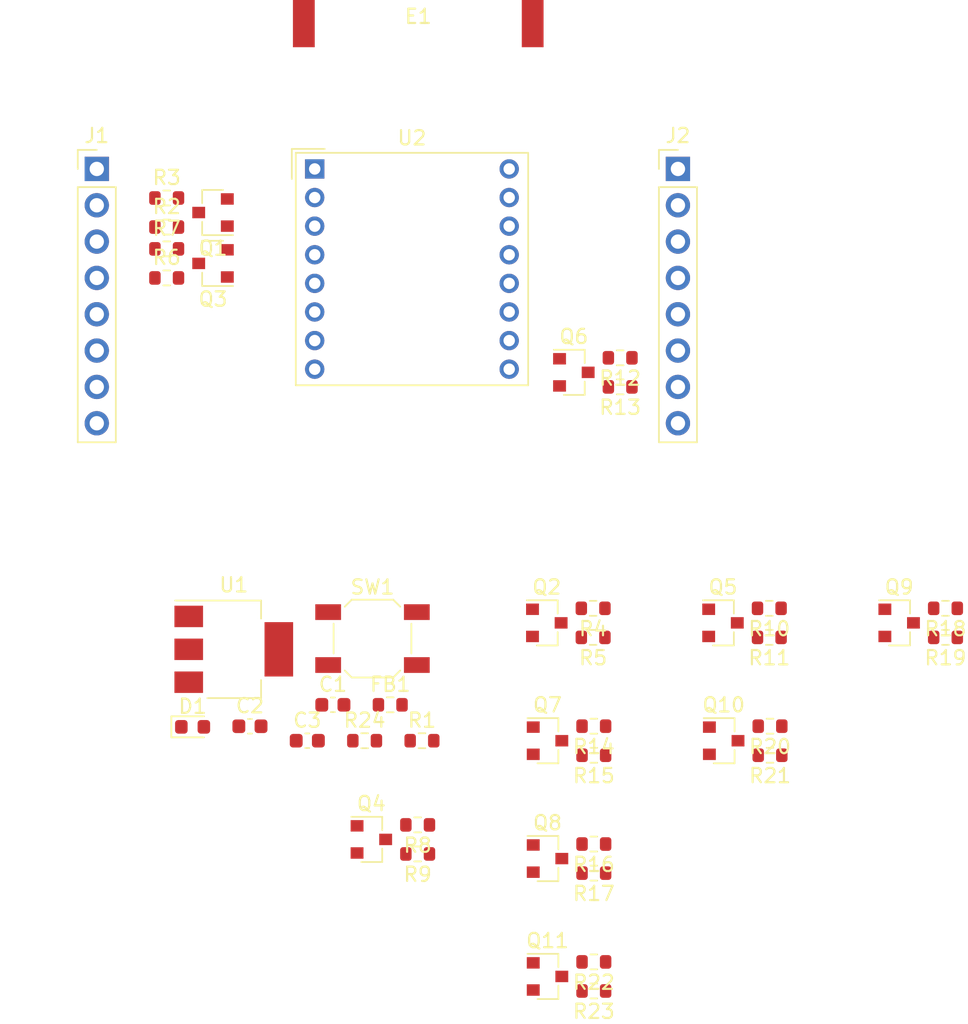
<source format=kicad_pcb>
(kicad_pcb (version 20171130) (host pcbnew "(5.1.9-0-10_14)")

  (general
    (thickness 1.6)
    (drawings 0)
    (tracks 0)
    (zones 0)
    (modules 46)
    (nets 29)
  )

  (page A4)
  (layers
    (0 F.Cu signal)
    (31 B.Cu signal)
    (32 B.Adhes user)
    (33 F.Adhes user)
    (34 B.Paste user)
    (35 F.Paste user)
    (36 B.SilkS user)
    (37 F.SilkS user)
    (38 B.Mask user)
    (39 F.Mask user)
    (40 Dwgs.User user)
    (41 Cmts.User user)
    (42 Eco1.User user)
    (43 Eco2.User user)
    (44 Edge.Cuts user)
    (45 Margin user)
    (46 B.CrtYd user)
    (47 F.CrtYd user)
    (48 B.Fab user)
    (49 F.Fab user)
  )

  (setup
    (last_trace_width 0.25)
    (user_trace_width 0.2032)
    (user_trace_width 0.3048)
    (user_trace_width 0.4064)
    (user_trace_width 0.508)
    (user_trace_width 0.6096)
    (user_trace_width 0.7112)
    (user_trace_width 3)
    (user_trace_width 5)
    (user_trace_width 10)
    (user_trace_width 15)
    (trace_clearance 0.2)
    (zone_clearance 0.508)
    (zone_45_only no)
    (trace_min 0.2)
    (via_size 0.8)
    (via_drill 0.4)
    (via_min_size 0.4)
    (via_min_drill 0.3)
    (uvia_size 0.3)
    (uvia_drill 0.1)
    (uvias_allowed no)
    (uvia_min_size 0.2)
    (uvia_min_drill 0.1)
    (edge_width 0.05)
    (segment_width 0.2)
    (pcb_text_width 0.3)
    (pcb_text_size 1.5 1.5)
    (mod_edge_width 0.12)
    (mod_text_size 1 1)
    (mod_text_width 0.15)
    (pad_size 1.524 1.524)
    (pad_drill 0.762)
    (pad_to_mask_clearance 0)
    (aux_axis_origin 0 0)
    (visible_elements FFFFFF7F)
    (pcbplotparams
      (layerselection 0x010fc_ffffffff)
      (usegerberextensions false)
      (usegerberattributes true)
      (usegerberadvancedattributes true)
      (creategerberjobfile true)
      (excludeedgelayer true)
      (linewidth 0.100000)
      (plotframeref false)
      (viasonmask false)
      (mode 1)
      (useauxorigin false)
      (hpglpennumber 1)
      (hpglpenspeed 20)
      (hpglpendiameter 15.000000)
      (psnegative false)
      (psa4output false)
      (plotreference true)
      (plotvalue true)
      (plotinvisibletext false)
      (padsonsilk false)
      (subtractmaskfromsilk false)
      (outputformat 1)
      (mirror false)
      (drillshape 1)
      (scaleselection 1)
      (outputdirectory ""))
  )

  (net 0 "")
  (net 1 GND)
  (net 2 /L_RESET)
  (net 3 "Net-(C2-Pad1)")
  (net 4 +3V3)
  (net 5 "Net-(D1-Pad2)")
  (net 6 "Net-(E1-Pad1)")
  (net 7 +5V)
  (net 8 /H_RESET)
  (net 9 /H_CS)
  (net 10 /H_SCK)
  (net 11 /H_MISO)
  (net 12 /H_MOSI)
  (net 13 /L_DIO0)
  (net 14 /L_DIO1)
  (net 15 /L_DIO2)
  (net 16 /L_DIO3)
  (net 17 /L_DIO4)
  (net 18 /L_DIO5)
  (net 19 /L_MOSI)
  (net 20 /L_MISO)
  (net 21 /L_SCK)
  (net 22 /L_CS)
  (net 23 /H_DIO0)
  (net 24 /H_DIO1)
  (net 25 /H_DIO2)
  (net 26 /H_DIO3)
  (net 27 /H_DIO4)
  (net 28 /H_DIO5)

  (net_class Default "This is the default net class."
    (clearance 0.2)
    (trace_width 0.25)
    (via_dia 0.8)
    (via_drill 0.4)
    (uvia_dia 0.3)
    (uvia_drill 0.1)
    (add_net +3V3)
    (add_net +5V)
    (add_net /H_CS)
    (add_net /H_DIO0)
    (add_net /H_DIO1)
    (add_net /H_DIO2)
    (add_net /H_DIO3)
    (add_net /H_DIO4)
    (add_net /H_DIO5)
    (add_net /H_MISO)
    (add_net /H_MOSI)
    (add_net /H_RESET)
    (add_net /H_SCK)
    (add_net /L_CS)
    (add_net /L_DIO0)
    (add_net /L_DIO1)
    (add_net /L_DIO2)
    (add_net /L_DIO3)
    (add_net /L_DIO4)
    (add_net /L_DIO5)
    (add_net /L_MISO)
    (add_net /L_MOSI)
    (add_net /L_RESET)
    (add_net /L_SCK)
    (add_net GND)
    (add_net "Net-(C2-Pad1)")
    (add_net "Net-(D1-Pad2)")
    (add_net "Net-(E1-Pad1)")
  )

  (module Package_TO_SOT_SMD:SOT-223-3_TabPin2 (layer F.Cu) (tedit 5A02FF57) (tstamp 608F631E)
    (at 118.8 109.785)
    (descr "module CMS SOT223 4 pins")
    (tags "CMS SOT")
    (path /6091205E)
    (attr smd)
    (fp_text reference U1 (at 0 -4.5) (layer F.SilkS)
      (effects (font (size 1 1) (thickness 0.15)))
    )
    (fp_text value AZ1117-3.3 (at 0 4.5) (layer F.Fab)
      (effects (font (size 1 1) (thickness 0.15)))
    )
    (fp_text user %R (at 0 0 90) (layer F.Fab)
      (effects (font (size 0.8 0.8) (thickness 0.12)))
    )
    (fp_line (start 1.91 3.41) (end 1.91 2.15) (layer F.SilkS) (width 0.12))
    (fp_line (start 1.91 -3.41) (end 1.91 -2.15) (layer F.SilkS) (width 0.12))
    (fp_line (start 4.4 -3.6) (end -4.4 -3.6) (layer F.CrtYd) (width 0.05))
    (fp_line (start 4.4 3.6) (end 4.4 -3.6) (layer F.CrtYd) (width 0.05))
    (fp_line (start -4.4 3.6) (end 4.4 3.6) (layer F.CrtYd) (width 0.05))
    (fp_line (start -4.4 -3.6) (end -4.4 3.6) (layer F.CrtYd) (width 0.05))
    (fp_line (start -1.85 -2.35) (end -0.85 -3.35) (layer F.Fab) (width 0.1))
    (fp_line (start -1.85 -2.35) (end -1.85 3.35) (layer F.Fab) (width 0.1))
    (fp_line (start -1.85 3.41) (end 1.91 3.41) (layer F.SilkS) (width 0.12))
    (fp_line (start -0.85 -3.35) (end 1.85 -3.35) (layer F.Fab) (width 0.1))
    (fp_line (start -4.1 -3.41) (end 1.91 -3.41) (layer F.SilkS) (width 0.12))
    (fp_line (start -1.85 3.35) (end 1.85 3.35) (layer F.Fab) (width 0.1))
    (fp_line (start 1.85 -3.35) (end 1.85 3.35) (layer F.Fab) (width 0.1))
    (pad 1 smd rect (at -3.15 -2.3) (size 2 1.5) (layers F.Cu F.Paste F.Mask)
      (net 1 GND))
    (pad 3 smd rect (at -3.15 2.3) (size 2 1.5) (layers F.Cu F.Paste F.Mask)
      (net 3 "Net-(C2-Pad1)"))
    (pad 2 smd rect (at -3.15 0) (size 2 1.5) (layers F.Cu F.Paste F.Mask)
      (net 4 +3V3))
    (pad 2 smd rect (at 3.15 0) (size 2 3.8) (layers F.Cu F.Paste F.Mask)
      (net 4 +3V3))
    (model ${KISYS3DMOD}/Package_TO_SOT_SMD.3dshapes/SOT-223.wrl
      (at (xyz 0 0 0))
      (scale (xyz 1 1 1))
      (rotate (xyz 0 0 0))
    )
  )

  (module Button_Switch_SMD:SW_SPST_SKQG_WithoutStem (layer F.Cu) (tedit 5ABAB684) (tstamp 608F637B)
    (at 128.5 109.035)
    (descr "ALPS 5.2mm Square Low-profile Type (Surface Mount) SKQG Series, Without stem, http://www.alps.com/prod/info/E/HTML/Tact/SurfaceMount/SKQG/SKQGAEE010.html")
    (tags "SPST Button Switch")
    (path /60DE0844)
    (attr smd)
    (fp_text reference SW1 (at 0 -3.6) (layer F.SilkS)
      (effects (font (size 1 1) (thickness 0.15)))
    )
    (fp_text value SW_SPST (at 0 3.6) (layer F.Fab)
      (effects (font (size 1 1) (thickness 0.15)))
    )
    (fp_text user "No F.Cu tracks" (at -2.5 0.2) (layer Cmts.User)
      (effects (font (size 0.2 0.2) (thickness 0.03)))
    )
    (fp_text user "KEEP-OUT ZONE" (at -2.5 -0.2) (layer Cmts.User)
      (effects (font (size 0.2 0.2) (thickness 0.03)))
    )
    (fp_text user "KEEP-OUT ZONE" (at 2.5 -0.2) (layer Cmts.User)
      (effects (font (size 0.2 0.2) (thickness 0.03)))
    )
    (fp_text user "No F.Cu tracks" (at 2.5 0.2) (layer Cmts.User)
      (effects (font (size 0.2 0.2) (thickness 0.03)))
    )
    (fp_text user %R (at 0 0) (layer F.Fab)
      (effects (font (size 0.6 0.6) (thickness 0.09)))
    )
    (fp_line (start 1.4 -2.6) (end 2.6 -1.4) (layer F.Fab) (width 0.1))
    (fp_line (start 2.6 -1.4) (end 2.6 1.4) (layer F.Fab) (width 0.1))
    (fp_line (start 2.6 1.4) (end 1.4 2.6) (layer F.Fab) (width 0.1))
    (fp_line (start 1.4 2.6) (end -1.4 2.6) (layer F.Fab) (width 0.1))
    (fp_line (start -1.4 2.6) (end -2.6 1.4) (layer F.Fab) (width 0.1))
    (fp_line (start -2.6 1.4) (end -2.6 -1.4) (layer F.Fab) (width 0.1))
    (fp_line (start -2.6 -1.4) (end -1.4 -2.6) (layer F.Fab) (width 0.1))
    (fp_line (start -1.4 -2.6) (end 1.4 -2.6) (layer F.Fab) (width 0.1))
    (fp_line (start -4.25 -2.85) (end -4.25 2.85) (layer F.CrtYd) (width 0.05))
    (fp_line (start 4.25 -2.85) (end -4.25 -2.85) (layer F.CrtYd) (width 0.05))
    (fp_line (start 4.25 2.85) (end 4.25 -2.85) (layer F.CrtYd) (width 0.05))
    (fp_line (start -4.25 2.85) (end 4.25 2.85) (layer F.CrtYd) (width 0.05))
    (fp_line (start -2.72 1.04) (end -2.72 -1.04) (layer F.SilkS) (width 0.12))
    (fp_line (start 1.45 -2.72) (end 1.94 -2.23) (layer F.SilkS) (width 0.12))
    (fp_circle (center 0 0) (end 1.5 0) (layer F.Fab) (width 0.1))
    (fp_line (start 2.72 1.04) (end 2.72 -1.04) (layer F.SilkS) (width 0.12))
    (fp_line (start -1.45 -2.72) (end -1.94 -2.23) (layer F.SilkS) (width 0.12))
    (fp_line (start -1.45 -2.72) (end 1.45 -2.72) (layer F.SilkS) (width 0.12))
    (fp_line (start -1.45 2.72) (end -1.94 2.23) (layer F.SilkS) (width 0.12))
    (fp_line (start -1.45 2.72) (end 1.45 2.72) (layer F.SilkS) (width 0.12))
    (fp_line (start 1.45 2.72) (end 1.94 2.23) (layer F.SilkS) (width 0.12))
    (fp_line (start 4 -1.3) (end 4 1.3) (layer Dwgs.User) (width 0.05))
    (fp_line (start 4 1.3) (end 1 1.3) (layer Dwgs.User) (width 0.05))
    (fp_line (start 1 1.3) (end 1 -1.3) (layer Dwgs.User) (width 0.05))
    (fp_line (start 1 -1.3) (end 4 -1.3) (layer Dwgs.User) (width 0.05))
    (fp_line (start 1 -0.3) (end 2 -1.3) (layer Dwgs.User) (width 0.05))
    (fp_line (start 1 0.7) (end 3 -1.3) (layer Dwgs.User) (width 0.05))
    (fp_line (start 4 -1.3) (end 1.4 1.3) (layer Dwgs.User) (width 0.05))
    (fp_line (start 2.4 1.3) (end 4 -0.3) (layer Dwgs.User) (width 0.05))
    (fp_line (start 4 0.7) (end 3.4 1.3) (layer Dwgs.User) (width 0.05))
    (fp_line (start -1 0.7) (end -1.6 1.3) (layer Dwgs.User) (width 0.05))
    (fp_line (start -4 1.3) (end -4 -1.3) (layer Dwgs.User) (width 0.05))
    (fp_line (start -4 0.7) (end -2 -1.3) (layer Dwgs.User) (width 0.05))
    (fp_line (start -1 1.3) (end -4 1.3) (layer Dwgs.User) (width 0.05))
    (fp_line (start -4 -1.3) (end -1 -1.3) (layer Dwgs.User) (width 0.05))
    (fp_line (start -1 -1.3) (end -3.6 1.3) (layer Dwgs.User) (width 0.05))
    (fp_line (start -2.6 1.3) (end -1 -0.3) (layer Dwgs.User) (width 0.05))
    (fp_line (start -4 -0.3) (end -3 -1.3) (layer Dwgs.User) (width 0.05))
    (fp_line (start -1 -1.3) (end -1 1.3) (layer Dwgs.User) (width 0.05))
    (pad 2 smd rect (at 3.1 1.85) (size 1.8 1.1) (layers F.Cu F.Paste F.Mask)
      (net 2 /L_RESET))
    (pad 2 smd rect (at -3.1 1.85) (size 1.8 1.1) (layers F.Cu F.Paste F.Mask)
      (net 2 /L_RESET))
    (pad 1 smd rect (at 3.1 -1.85) (size 1.8 1.1) (layers F.Cu F.Paste F.Mask)
      (net 4 +3V3))
    (pad 1 smd rect (at -3.1 -1.85) (size 1.8 1.1) (layers F.Cu F.Paste F.Mask)
      (net 4 +3V3))
    (model ${KISYS3DMOD}/Button_Switch_SMD.3dshapes/SW_SPST_SKQG_WithoutStem.wrl
      (at (xyz 0 0 0))
      (scale (xyz 1 1 1))
      (rotate (xyz 0 0 0))
    )
  )

  (module Resistor_SMD:R_0603_1608Metric (layer F.Cu) (tedit 5F68FEEE) (tstamp 608F63F1)
    (at 127.95 116.175)
    (descr "Resistor SMD 0603 (1608 Metric), square (rectangular) end terminal, IPC_7351 nominal, (Body size source: IPC-SM-782 page 72, https://www.pcb-3d.com/wordpress/wp-content/uploads/ipc-sm-782a_amendment_1_and_2.pdf), generated with kicad-footprint-generator")
    (tags resistor)
    (path /611CD145)
    (attr smd)
    (fp_text reference R24 (at 0 -1.43) (layer F.SilkS)
      (effects (font (size 1 1) (thickness 0.15)))
    )
    (fp_text value 330 (at 0 1.43) (layer F.Fab)
      (effects (font (size 1 1) (thickness 0.15)))
    )
    (fp_text user %R (at 0 0) (layer F.Fab)
      (effects (font (size 0.4 0.4) (thickness 0.06)))
    )
    (fp_line (start -0.8 0.4125) (end -0.8 -0.4125) (layer F.Fab) (width 0.1))
    (fp_line (start -0.8 -0.4125) (end 0.8 -0.4125) (layer F.Fab) (width 0.1))
    (fp_line (start 0.8 -0.4125) (end 0.8 0.4125) (layer F.Fab) (width 0.1))
    (fp_line (start 0.8 0.4125) (end -0.8 0.4125) (layer F.Fab) (width 0.1))
    (fp_line (start -0.237258 -0.5225) (end 0.237258 -0.5225) (layer F.SilkS) (width 0.12))
    (fp_line (start -0.237258 0.5225) (end 0.237258 0.5225) (layer F.SilkS) (width 0.12))
    (fp_line (start -1.48 0.73) (end -1.48 -0.73) (layer F.CrtYd) (width 0.05))
    (fp_line (start -1.48 -0.73) (end 1.48 -0.73) (layer F.CrtYd) (width 0.05))
    (fp_line (start 1.48 -0.73) (end 1.48 0.73) (layer F.CrtYd) (width 0.05))
    (fp_line (start 1.48 0.73) (end -1.48 0.73) (layer F.CrtYd) (width 0.05))
    (pad 2 smd roundrect (at 0.825 0) (size 0.8 0.95) (layers F.Cu F.Paste F.Mask) (roundrect_rratio 0.25)
      (net 4 +3V3))
    (pad 1 smd roundrect (at -0.825 0) (size 0.8 0.95) (layers F.Cu F.Paste F.Mask) (roundrect_rratio 0.25)
      (net 5 "Net-(D1-Pad2)"))
    (model ${KISYS3DMOD}/Resistor_SMD.3dshapes/R_0603_1608Metric.wrl
      (at (xyz 0 0 0))
      (scale (xyz 1 1 1))
      (rotate (xyz 0 0 0))
    )
  )

  (module Resistor_SMD:R_0603_1608Metric (layer F.Cu) (tedit 5F68FEEE) (tstamp 608F6421)
    (at 143.9785 133.671 180)
    (descr "Resistor SMD 0603 (1608 Metric), square (rectangular) end terminal, IPC_7351 nominal, (Body size source: IPC-SM-782 page 72, https://www.pcb-3d.com/wordpress/wp-content/uploads/ipc-sm-782a_amendment_1_and_2.pdf), generated with kicad-footprint-generator")
    (tags resistor)
    (path /614672C1/6137CE6B)
    (attr smd)
    (fp_text reference R23 (at 0 -1.43) (layer F.SilkS)
      (effects (font (size 1 1) (thickness 0.15)))
    )
    (fp_text value 10k (at 0 1.43) (layer F.Fab)
      (effects (font (size 1 1) (thickness 0.15)))
    )
    (fp_text user %R (at 0 0) (layer F.Fab)
      (effects (font (size 0.4 0.4) (thickness 0.06)))
    )
    (fp_line (start -0.8 0.4125) (end -0.8 -0.4125) (layer F.Fab) (width 0.1))
    (fp_line (start -0.8 -0.4125) (end 0.8 -0.4125) (layer F.Fab) (width 0.1))
    (fp_line (start 0.8 -0.4125) (end 0.8 0.4125) (layer F.Fab) (width 0.1))
    (fp_line (start 0.8 0.4125) (end -0.8 0.4125) (layer F.Fab) (width 0.1))
    (fp_line (start -0.237258 -0.5225) (end 0.237258 -0.5225) (layer F.SilkS) (width 0.12))
    (fp_line (start -0.237258 0.5225) (end 0.237258 0.5225) (layer F.SilkS) (width 0.12))
    (fp_line (start -1.48 0.73) (end -1.48 -0.73) (layer F.CrtYd) (width 0.05))
    (fp_line (start -1.48 -0.73) (end 1.48 -0.73) (layer F.CrtYd) (width 0.05))
    (fp_line (start 1.48 -0.73) (end 1.48 0.73) (layer F.CrtYd) (width 0.05))
    (fp_line (start 1.48 0.73) (end -1.48 0.73) (layer F.CrtYd) (width 0.05))
    (pad 2 smd roundrect (at 0.825 0 180) (size 0.8 0.95) (layers F.Cu F.Paste F.Mask) (roundrect_rratio 0.25)
      (net 18 /L_DIO5))
    (pad 1 smd roundrect (at -0.825 0 180) (size 0.8 0.95) (layers F.Cu F.Paste F.Mask) (roundrect_rratio 0.25)
      (net 4 +3V3))
    (model ${KISYS3DMOD}/Resistor_SMD.3dshapes/R_0603_1608Metric.wrl
      (at (xyz 0 0 0))
      (scale (xyz 1 1 1))
      (rotate (xyz 0 0 0))
    )
  )

  (module Resistor_SMD:R_0603_1608Metric (layer F.Cu) (tedit 5F68FEEE) (tstamp 608F6451)
    (at 143.9785 131.639 180)
    (descr "Resistor SMD 0603 (1608 Metric), square (rectangular) end terminal, IPC_7351 nominal, (Body size source: IPC-SM-782 page 72, https://www.pcb-3d.com/wordpress/wp-content/uploads/ipc-sm-782a_amendment_1_and_2.pdf), generated with kicad-footprint-generator")
    (tags resistor)
    (path /614672C1/6137CE77)
    (attr smd)
    (fp_text reference R22 (at 0 -1.43) (layer F.SilkS)
      (effects (font (size 1 1) (thickness 0.15)))
    )
    (fp_text value 10k (at 0 1.43) (layer F.Fab)
      (effects (font (size 1 1) (thickness 0.15)))
    )
    (fp_text user %R (at 0 0) (layer F.Fab)
      (effects (font (size 0.4 0.4) (thickness 0.06)))
    )
    (fp_line (start -0.8 0.4125) (end -0.8 -0.4125) (layer F.Fab) (width 0.1))
    (fp_line (start -0.8 -0.4125) (end 0.8 -0.4125) (layer F.Fab) (width 0.1))
    (fp_line (start 0.8 -0.4125) (end 0.8 0.4125) (layer F.Fab) (width 0.1))
    (fp_line (start 0.8 0.4125) (end -0.8 0.4125) (layer F.Fab) (width 0.1))
    (fp_line (start -0.237258 -0.5225) (end 0.237258 -0.5225) (layer F.SilkS) (width 0.12))
    (fp_line (start -0.237258 0.5225) (end 0.237258 0.5225) (layer F.SilkS) (width 0.12))
    (fp_line (start -1.48 0.73) (end -1.48 -0.73) (layer F.CrtYd) (width 0.05))
    (fp_line (start -1.48 -0.73) (end 1.48 -0.73) (layer F.CrtYd) (width 0.05))
    (fp_line (start 1.48 -0.73) (end 1.48 0.73) (layer F.CrtYd) (width 0.05))
    (fp_line (start 1.48 0.73) (end -1.48 0.73) (layer F.CrtYd) (width 0.05))
    (pad 2 smd roundrect (at 0.825 0 180) (size 0.8 0.95) (layers F.Cu F.Paste F.Mask) (roundrect_rratio 0.25)
      (net 28 /H_DIO5))
    (pad 1 smd roundrect (at -0.825 0 180) (size 0.8 0.95) (layers F.Cu F.Paste F.Mask) (roundrect_rratio 0.25)
      (net 7 +5V))
    (model ${KISYS3DMOD}/Resistor_SMD.3dshapes/R_0603_1608Metric.wrl
      (at (xyz 0 0 0))
      (scale (xyz 1 1 1))
      (rotate (xyz 0 0 0))
    )
  )

  (module Resistor_SMD:R_0603_1608Metric (layer F.Cu) (tedit 5F68FEEE) (tstamp 608F6481)
    (at 156.2985 117.191 180)
    (descr "Resistor SMD 0603 (1608 Metric), square (rectangular) end terminal, IPC_7351 nominal, (Body size source: IPC-SM-782 page 72, https://www.pcb-3d.com/wordpress/wp-content/uploads/ipc-sm-782a_amendment_1_and_2.pdf), generated with kicad-footprint-generator")
    (tags resistor)
    (path /6145D84A/6137CE6B)
    (attr smd)
    (fp_text reference R21 (at 0 -1.43) (layer F.SilkS)
      (effects (font (size 1 1) (thickness 0.15)))
    )
    (fp_text value 10k (at 0 1.43) (layer F.Fab)
      (effects (font (size 1 1) (thickness 0.15)))
    )
    (fp_text user %R (at 0 0) (layer F.Fab)
      (effects (font (size 0.4 0.4) (thickness 0.06)))
    )
    (fp_line (start -0.8 0.4125) (end -0.8 -0.4125) (layer F.Fab) (width 0.1))
    (fp_line (start -0.8 -0.4125) (end 0.8 -0.4125) (layer F.Fab) (width 0.1))
    (fp_line (start 0.8 -0.4125) (end 0.8 0.4125) (layer F.Fab) (width 0.1))
    (fp_line (start 0.8 0.4125) (end -0.8 0.4125) (layer F.Fab) (width 0.1))
    (fp_line (start -0.237258 -0.5225) (end 0.237258 -0.5225) (layer F.SilkS) (width 0.12))
    (fp_line (start -0.237258 0.5225) (end 0.237258 0.5225) (layer F.SilkS) (width 0.12))
    (fp_line (start -1.48 0.73) (end -1.48 -0.73) (layer F.CrtYd) (width 0.05))
    (fp_line (start -1.48 -0.73) (end 1.48 -0.73) (layer F.CrtYd) (width 0.05))
    (fp_line (start 1.48 -0.73) (end 1.48 0.73) (layer F.CrtYd) (width 0.05))
    (fp_line (start 1.48 0.73) (end -1.48 0.73) (layer F.CrtYd) (width 0.05))
    (pad 2 smd roundrect (at 0.825 0 180) (size 0.8 0.95) (layers F.Cu F.Paste F.Mask) (roundrect_rratio 0.25)
      (net 17 /L_DIO4))
    (pad 1 smd roundrect (at -0.825 0 180) (size 0.8 0.95) (layers F.Cu F.Paste F.Mask) (roundrect_rratio 0.25)
      (net 4 +3V3))
    (model ${KISYS3DMOD}/Resistor_SMD.3dshapes/R_0603_1608Metric.wrl
      (at (xyz 0 0 0))
      (scale (xyz 1 1 1))
      (rotate (xyz 0 0 0))
    )
  )

  (module Resistor_SMD:R_0603_1608Metric (layer F.Cu) (tedit 5F68FEEE) (tstamp 608F690D)
    (at 156.2985 115.159 180)
    (descr "Resistor SMD 0603 (1608 Metric), square (rectangular) end terminal, IPC_7351 nominal, (Body size source: IPC-SM-782 page 72, https://www.pcb-3d.com/wordpress/wp-content/uploads/ipc-sm-782a_amendment_1_and_2.pdf), generated with kicad-footprint-generator")
    (tags resistor)
    (path /6145D84A/6137CE77)
    (attr smd)
    (fp_text reference R20 (at 0 -1.43) (layer F.SilkS)
      (effects (font (size 1 1) (thickness 0.15)))
    )
    (fp_text value 10k (at 0 1.43) (layer F.Fab)
      (effects (font (size 1 1) (thickness 0.15)))
    )
    (fp_text user %R (at 0 0) (layer F.Fab)
      (effects (font (size 0.4 0.4) (thickness 0.06)))
    )
    (fp_line (start -0.8 0.4125) (end -0.8 -0.4125) (layer F.Fab) (width 0.1))
    (fp_line (start -0.8 -0.4125) (end 0.8 -0.4125) (layer F.Fab) (width 0.1))
    (fp_line (start 0.8 -0.4125) (end 0.8 0.4125) (layer F.Fab) (width 0.1))
    (fp_line (start 0.8 0.4125) (end -0.8 0.4125) (layer F.Fab) (width 0.1))
    (fp_line (start -0.237258 -0.5225) (end 0.237258 -0.5225) (layer F.SilkS) (width 0.12))
    (fp_line (start -0.237258 0.5225) (end 0.237258 0.5225) (layer F.SilkS) (width 0.12))
    (fp_line (start -1.48 0.73) (end -1.48 -0.73) (layer F.CrtYd) (width 0.05))
    (fp_line (start -1.48 -0.73) (end 1.48 -0.73) (layer F.CrtYd) (width 0.05))
    (fp_line (start 1.48 -0.73) (end 1.48 0.73) (layer F.CrtYd) (width 0.05))
    (fp_line (start 1.48 0.73) (end -1.48 0.73) (layer F.CrtYd) (width 0.05))
    (pad 2 smd roundrect (at 0.825 0 180) (size 0.8 0.95) (layers F.Cu F.Paste F.Mask) (roundrect_rratio 0.25)
      (net 27 /H_DIO4))
    (pad 1 smd roundrect (at -0.825 0 180) (size 0.8 0.95) (layers F.Cu F.Paste F.Mask) (roundrect_rratio 0.25)
      (net 7 +5V))
    (model ${KISYS3DMOD}/Resistor_SMD.3dshapes/R_0603_1608Metric.wrl
      (at (xyz 0 0 0))
      (scale (xyz 1 1 1))
      (rotate (xyz 0 0 0))
    )
  )

  (module Resistor_SMD:R_0603_1608Metric (layer F.Cu) (tedit 5F68FEEE) (tstamp 608F64B1)
    (at 168.5685 108.951 180)
    (descr "Resistor SMD 0603 (1608 Metric), square (rectangular) end terminal, IPC_7351 nominal, (Body size source: IPC-SM-782 page 72, https://www.pcb-3d.com/wordpress/wp-content/uploads/ipc-sm-782a_amendment_1_and_2.pdf), generated with kicad-footprint-generator")
    (tags resistor)
    (path /6145422E/6137CE6B)
    (attr smd)
    (fp_text reference R19 (at 0 -1.43) (layer F.SilkS)
      (effects (font (size 1 1) (thickness 0.15)))
    )
    (fp_text value 10k (at 0 1.43) (layer F.Fab)
      (effects (font (size 1 1) (thickness 0.15)))
    )
    (fp_text user %R (at 0 0) (layer F.Fab)
      (effects (font (size 0.4 0.4) (thickness 0.06)))
    )
    (fp_line (start -0.8 0.4125) (end -0.8 -0.4125) (layer F.Fab) (width 0.1))
    (fp_line (start -0.8 -0.4125) (end 0.8 -0.4125) (layer F.Fab) (width 0.1))
    (fp_line (start 0.8 -0.4125) (end 0.8 0.4125) (layer F.Fab) (width 0.1))
    (fp_line (start 0.8 0.4125) (end -0.8 0.4125) (layer F.Fab) (width 0.1))
    (fp_line (start -0.237258 -0.5225) (end 0.237258 -0.5225) (layer F.SilkS) (width 0.12))
    (fp_line (start -0.237258 0.5225) (end 0.237258 0.5225) (layer F.SilkS) (width 0.12))
    (fp_line (start -1.48 0.73) (end -1.48 -0.73) (layer F.CrtYd) (width 0.05))
    (fp_line (start -1.48 -0.73) (end 1.48 -0.73) (layer F.CrtYd) (width 0.05))
    (fp_line (start 1.48 -0.73) (end 1.48 0.73) (layer F.CrtYd) (width 0.05))
    (fp_line (start 1.48 0.73) (end -1.48 0.73) (layer F.CrtYd) (width 0.05))
    (pad 2 smd roundrect (at 0.825 0 180) (size 0.8 0.95) (layers F.Cu F.Paste F.Mask) (roundrect_rratio 0.25)
      (net 16 /L_DIO3))
    (pad 1 smd roundrect (at -0.825 0 180) (size 0.8 0.95) (layers F.Cu F.Paste F.Mask) (roundrect_rratio 0.25)
      (net 4 +3V3))
    (model ${KISYS3DMOD}/Resistor_SMD.3dshapes/R_0603_1608Metric.wrl
      (at (xyz 0 0 0))
      (scale (xyz 1 1 1))
      (rotate (xyz 0 0 0))
    )
  )

  (module Resistor_SMD:R_0603_1608Metric (layer F.Cu) (tedit 5F68FEEE) (tstamp 608F64E1)
    (at 168.5685 106.919 180)
    (descr "Resistor SMD 0603 (1608 Metric), square (rectangular) end terminal, IPC_7351 nominal, (Body size source: IPC-SM-782 page 72, https://www.pcb-3d.com/wordpress/wp-content/uploads/ipc-sm-782a_amendment_1_and_2.pdf), generated with kicad-footprint-generator")
    (tags resistor)
    (path /6145422E/6137CE77)
    (attr smd)
    (fp_text reference R18 (at 0 -1.43) (layer F.SilkS)
      (effects (font (size 1 1) (thickness 0.15)))
    )
    (fp_text value 10k (at 0 1.43) (layer F.Fab)
      (effects (font (size 1 1) (thickness 0.15)))
    )
    (fp_text user %R (at 0 0) (layer F.Fab)
      (effects (font (size 0.4 0.4) (thickness 0.06)))
    )
    (fp_line (start -0.8 0.4125) (end -0.8 -0.4125) (layer F.Fab) (width 0.1))
    (fp_line (start -0.8 -0.4125) (end 0.8 -0.4125) (layer F.Fab) (width 0.1))
    (fp_line (start 0.8 -0.4125) (end 0.8 0.4125) (layer F.Fab) (width 0.1))
    (fp_line (start 0.8 0.4125) (end -0.8 0.4125) (layer F.Fab) (width 0.1))
    (fp_line (start -0.237258 -0.5225) (end 0.237258 -0.5225) (layer F.SilkS) (width 0.12))
    (fp_line (start -0.237258 0.5225) (end 0.237258 0.5225) (layer F.SilkS) (width 0.12))
    (fp_line (start -1.48 0.73) (end -1.48 -0.73) (layer F.CrtYd) (width 0.05))
    (fp_line (start -1.48 -0.73) (end 1.48 -0.73) (layer F.CrtYd) (width 0.05))
    (fp_line (start 1.48 -0.73) (end 1.48 0.73) (layer F.CrtYd) (width 0.05))
    (fp_line (start 1.48 0.73) (end -1.48 0.73) (layer F.CrtYd) (width 0.05))
    (pad 2 smd roundrect (at 0.825 0 180) (size 0.8 0.95) (layers F.Cu F.Paste F.Mask) (roundrect_rratio 0.25)
      (net 26 /H_DIO3))
    (pad 1 smd roundrect (at -0.825 0 180) (size 0.8 0.95) (layers F.Cu F.Paste F.Mask) (roundrect_rratio 0.25)
      (net 7 +5V))
    (model ${KISYS3DMOD}/Resistor_SMD.3dshapes/R_0603_1608Metric.wrl
      (at (xyz 0 0 0))
      (scale (xyz 1 1 1))
      (rotate (xyz 0 0 0))
    )
  )

  (module Resistor_SMD:R_0603_1608Metric (layer F.Cu) (tedit 5F68FEEE) (tstamp 608F6511)
    (at 143.9785 125.431 180)
    (descr "Resistor SMD 0603 (1608 Metric), square (rectangular) end terminal, IPC_7351 nominal, (Body size source: IPC-SM-782 page 72, https://www.pcb-3d.com/wordpress/wp-content/uploads/ipc-sm-782a_amendment_1_and_2.pdf), generated with kicad-footprint-generator")
    (tags resistor)
    (path /6144AFFF/6137CE6B)
    (attr smd)
    (fp_text reference R17 (at 0 -1.43) (layer F.SilkS)
      (effects (font (size 1 1) (thickness 0.15)))
    )
    (fp_text value 10k (at 0 1.43) (layer F.Fab)
      (effects (font (size 1 1) (thickness 0.15)))
    )
    (fp_text user %R (at 0 0) (layer F.Fab)
      (effects (font (size 0.4 0.4) (thickness 0.06)))
    )
    (fp_line (start -0.8 0.4125) (end -0.8 -0.4125) (layer F.Fab) (width 0.1))
    (fp_line (start -0.8 -0.4125) (end 0.8 -0.4125) (layer F.Fab) (width 0.1))
    (fp_line (start 0.8 -0.4125) (end 0.8 0.4125) (layer F.Fab) (width 0.1))
    (fp_line (start 0.8 0.4125) (end -0.8 0.4125) (layer F.Fab) (width 0.1))
    (fp_line (start -0.237258 -0.5225) (end 0.237258 -0.5225) (layer F.SilkS) (width 0.12))
    (fp_line (start -0.237258 0.5225) (end 0.237258 0.5225) (layer F.SilkS) (width 0.12))
    (fp_line (start -1.48 0.73) (end -1.48 -0.73) (layer F.CrtYd) (width 0.05))
    (fp_line (start -1.48 -0.73) (end 1.48 -0.73) (layer F.CrtYd) (width 0.05))
    (fp_line (start 1.48 -0.73) (end 1.48 0.73) (layer F.CrtYd) (width 0.05))
    (fp_line (start 1.48 0.73) (end -1.48 0.73) (layer F.CrtYd) (width 0.05))
    (pad 2 smd roundrect (at 0.825 0 180) (size 0.8 0.95) (layers F.Cu F.Paste F.Mask) (roundrect_rratio 0.25)
      (net 15 /L_DIO2))
    (pad 1 smd roundrect (at -0.825 0 180) (size 0.8 0.95) (layers F.Cu F.Paste F.Mask) (roundrect_rratio 0.25)
      (net 4 +3V3))
    (model ${KISYS3DMOD}/Resistor_SMD.3dshapes/R_0603_1608Metric.wrl
      (at (xyz 0 0 0))
      (scale (xyz 1 1 1))
      (rotate (xyz 0 0 0))
    )
  )

  (module Resistor_SMD:R_0603_1608Metric (layer F.Cu) (tedit 5F68FEEE) (tstamp 608F6541)
    (at 143.9785 123.399 180)
    (descr "Resistor SMD 0603 (1608 Metric), square (rectangular) end terminal, IPC_7351 nominal, (Body size source: IPC-SM-782 page 72, https://www.pcb-3d.com/wordpress/wp-content/uploads/ipc-sm-782a_amendment_1_and_2.pdf), generated with kicad-footprint-generator")
    (tags resistor)
    (path /6144AFFF/6137CE77)
    (attr smd)
    (fp_text reference R16 (at 0 -1.43) (layer F.SilkS)
      (effects (font (size 1 1) (thickness 0.15)))
    )
    (fp_text value 10k (at 0 1.43) (layer F.Fab)
      (effects (font (size 1 1) (thickness 0.15)))
    )
    (fp_text user %R (at 0 0) (layer F.Fab)
      (effects (font (size 0.4 0.4) (thickness 0.06)))
    )
    (fp_line (start -0.8 0.4125) (end -0.8 -0.4125) (layer F.Fab) (width 0.1))
    (fp_line (start -0.8 -0.4125) (end 0.8 -0.4125) (layer F.Fab) (width 0.1))
    (fp_line (start 0.8 -0.4125) (end 0.8 0.4125) (layer F.Fab) (width 0.1))
    (fp_line (start 0.8 0.4125) (end -0.8 0.4125) (layer F.Fab) (width 0.1))
    (fp_line (start -0.237258 -0.5225) (end 0.237258 -0.5225) (layer F.SilkS) (width 0.12))
    (fp_line (start -0.237258 0.5225) (end 0.237258 0.5225) (layer F.SilkS) (width 0.12))
    (fp_line (start -1.48 0.73) (end -1.48 -0.73) (layer F.CrtYd) (width 0.05))
    (fp_line (start -1.48 -0.73) (end 1.48 -0.73) (layer F.CrtYd) (width 0.05))
    (fp_line (start 1.48 -0.73) (end 1.48 0.73) (layer F.CrtYd) (width 0.05))
    (fp_line (start 1.48 0.73) (end -1.48 0.73) (layer F.CrtYd) (width 0.05))
    (pad 2 smd roundrect (at 0.825 0 180) (size 0.8 0.95) (layers F.Cu F.Paste F.Mask) (roundrect_rratio 0.25)
      (net 25 /H_DIO2))
    (pad 1 smd roundrect (at -0.825 0 180) (size 0.8 0.95) (layers F.Cu F.Paste F.Mask) (roundrect_rratio 0.25)
      (net 7 +5V))
    (model ${KISYS3DMOD}/Resistor_SMD.3dshapes/R_0603_1608Metric.wrl
      (at (xyz 0 0 0))
      (scale (xyz 1 1 1))
      (rotate (xyz 0 0 0))
    )
  )

  (module Resistor_SMD:R_0603_1608Metric (layer F.Cu) (tedit 5F68FEEE) (tstamp 608F6571)
    (at 143.9785 117.191 180)
    (descr "Resistor SMD 0603 (1608 Metric), square (rectangular) end terminal, IPC_7351 nominal, (Body size source: IPC-SM-782 page 72, https://www.pcb-3d.com/wordpress/wp-content/uploads/ipc-sm-782a_amendment_1_and_2.pdf), generated with kicad-footprint-generator")
    (tags resistor)
    (path /61442175/6137CE6B)
    (attr smd)
    (fp_text reference R15 (at 0 -1.43) (layer F.SilkS)
      (effects (font (size 1 1) (thickness 0.15)))
    )
    (fp_text value 10k (at 0 1.43) (layer F.Fab)
      (effects (font (size 1 1) (thickness 0.15)))
    )
    (fp_text user %R (at 0 0) (layer F.Fab)
      (effects (font (size 0.4 0.4) (thickness 0.06)))
    )
    (fp_line (start -0.8 0.4125) (end -0.8 -0.4125) (layer F.Fab) (width 0.1))
    (fp_line (start -0.8 -0.4125) (end 0.8 -0.4125) (layer F.Fab) (width 0.1))
    (fp_line (start 0.8 -0.4125) (end 0.8 0.4125) (layer F.Fab) (width 0.1))
    (fp_line (start 0.8 0.4125) (end -0.8 0.4125) (layer F.Fab) (width 0.1))
    (fp_line (start -0.237258 -0.5225) (end 0.237258 -0.5225) (layer F.SilkS) (width 0.12))
    (fp_line (start -0.237258 0.5225) (end 0.237258 0.5225) (layer F.SilkS) (width 0.12))
    (fp_line (start -1.48 0.73) (end -1.48 -0.73) (layer F.CrtYd) (width 0.05))
    (fp_line (start -1.48 -0.73) (end 1.48 -0.73) (layer F.CrtYd) (width 0.05))
    (fp_line (start 1.48 -0.73) (end 1.48 0.73) (layer F.CrtYd) (width 0.05))
    (fp_line (start 1.48 0.73) (end -1.48 0.73) (layer F.CrtYd) (width 0.05))
    (pad 2 smd roundrect (at 0.825 0 180) (size 0.8 0.95) (layers F.Cu F.Paste F.Mask) (roundrect_rratio 0.25)
      (net 14 /L_DIO1))
    (pad 1 smd roundrect (at -0.825 0 180) (size 0.8 0.95) (layers F.Cu F.Paste F.Mask) (roundrect_rratio 0.25)
      (net 4 +3V3))
    (model ${KISYS3DMOD}/Resistor_SMD.3dshapes/R_0603_1608Metric.wrl
      (at (xyz 0 0 0))
      (scale (xyz 1 1 1))
      (rotate (xyz 0 0 0))
    )
  )

  (module Resistor_SMD:R_0603_1608Metric (layer F.Cu) (tedit 5F68FEEE) (tstamp 608F65A1)
    (at 143.9785 115.159 180)
    (descr "Resistor SMD 0603 (1608 Metric), square (rectangular) end terminal, IPC_7351 nominal, (Body size source: IPC-SM-782 page 72, https://www.pcb-3d.com/wordpress/wp-content/uploads/ipc-sm-782a_amendment_1_and_2.pdf), generated with kicad-footprint-generator")
    (tags resistor)
    (path /61442175/6137CE77)
    (attr smd)
    (fp_text reference R14 (at 0 -1.43) (layer F.SilkS)
      (effects (font (size 1 1) (thickness 0.15)))
    )
    (fp_text value 10k (at 0 1.43) (layer F.Fab)
      (effects (font (size 1 1) (thickness 0.15)))
    )
    (fp_text user %R (at 0 0) (layer F.Fab)
      (effects (font (size 0.4 0.4) (thickness 0.06)))
    )
    (fp_line (start -0.8 0.4125) (end -0.8 -0.4125) (layer F.Fab) (width 0.1))
    (fp_line (start -0.8 -0.4125) (end 0.8 -0.4125) (layer F.Fab) (width 0.1))
    (fp_line (start 0.8 -0.4125) (end 0.8 0.4125) (layer F.Fab) (width 0.1))
    (fp_line (start 0.8 0.4125) (end -0.8 0.4125) (layer F.Fab) (width 0.1))
    (fp_line (start -0.237258 -0.5225) (end 0.237258 -0.5225) (layer F.SilkS) (width 0.12))
    (fp_line (start -0.237258 0.5225) (end 0.237258 0.5225) (layer F.SilkS) (width 0.12))
    (fp_line (start -1.48 0.73) (end -1.48 -0.73) (layer F.CrtYd) (width 0.05))
    (fp_line (start -1.48 -0.73) (end 1.48 -0.73) (layer F.CrtYd) (width 0.05))
    (fp_line (start 1.48 -0.73) (end 1.48 0.73) (layer F.CrtYd) (width 0.05))
    (fp_line (start 1.48 0.73) (end -1.48 0.73) (layer F.CrtYd) (width 0.05))
    (pad 2 smd roundrect (at 0.825 0 180) (size 0.8 0.95) (layers F.Cu F.Paste F.Mask) (roundrect_rratio 0.25)
      (net 24 /H_DIO1))
    (pad 1 smd roundrect (at -0.825 0 180) (size 0.8 0.95) (layers F.Cu F.Paste F.Mask) (roundrect_rratio 0.25)
      (net 7 +5V))
    (model ${KISYS3DMOD}/Resistor_SMD.3dshapes/R_0603_1608Metric.wrl
      (at (xyz 0 0 0))
      (scale (xyz 1 1 1))
      (rotate (xyz 0 0 0))
    )
  )

  (module Resistor_SMD:R_0603_1608Metric (layer F.Cu) (tedit 5F68FEEE) (tstamp 608F97F1)
    (at 145.819 91.437 180)
    (descr "Resistor SMD 0603 (1608 Metric), square (rectangular) end terminal, IPC_7351 nominal, (Body size source: IPC-SM-782 page 72, https://www.pcb-3d.com/wordpress/wp-content/uploads/ipc-sm-782a_amendment_1_and_2.pdf), generated with kicad-footprint-generator")
    (tags resistor)
    (path /614393F4/6137CE6B)
    (attr smd)
    (fp_text reference R13 (at 0 -1.43) (layer F.SilkS)
      (effects (font (size 1 1) (thickness 0.15)))
    )
    (fp_text value 10k (at 0 1.43) (layer F.Fab)
      (effects (font (size 1 1) (thickness 0.15)))
    )
    (fp_text user %R (at 0 0) (layer F.Fab)
      (effects (font (size 0.4 0.4) (thickness 0.06)))
    )
    (fp_line (start -0.8 0.4125) (end -0.8 -0.4125) (layer F.Fab) (width 0.1))
    (fp_line (start -0.8 -0.4125) (end 0.8 -0.4125) (layer F.Fab) (width 0.1))
    (fp_line (start 0.8 -0.4125) (end 0.8 0.4125) (layer F.Fab) (width 0.1))
    (fp_line (start 0.8 0.4125) (end -0.8 0.4125) (layer F.Fab) (width 0.1))
    (fp_line (start -0.237258 -0.5225) (end 0.237258 -0.5225) (layer F.SilkS) (width 0.12))
    (fp_line (start -0.237258 0.5225) (end 0.237258 0.5225) (layer F.SilkS) (width 0.12))
    (fp_line (start -1.48 0.73) (end -1.48 -0.73) (layer F.CrtYd) (width 0.05))
    (fp_line (start -1.48 -0.73) (end 1.48 -0.73) (layer F.CrtYd) (width 0.05))
    (fp_line (start 1.48 -0.73) (end 1.48 0.73) (layer F.CrtYd) (width 0.05))
    (fp_line (start 1.48 0.73) (end -1.48 0.73) (layer F.CrtYd) (width 0.05))
    (pad 2 smd roundrect (at 0.825 0 180) (size 0.8 0.95) (layers F.Cu F.Paste F.Mask) (roundrect_rratio 0.25)
      (net 13 /L_DIO0))
    (pad 1 smd roundrect (at -0.825 0 180) (size 0.8 0.95) (layers F.Cu F.Paste F.Mask) (roundrect_rratio 0.25)
      (net 4 +3V3))
    (model ${KISYS3DMOD}/Resistor_SMD.3dshapes/R_0603_1608Metric.wrl
      (at (xyz 0 0 0))
      (scale (xyz 1 1 1))
      (rotate (xyz 0 0 0))
    )
  )

  (module Resistor_SMD:R_0603_1608Metric (layer F.Cu) (tedit 5F68FEEE) (tstamp 608F9821)
    (at 145.819 89.405 180)
    (descr "Resistor SMD 0603 (1608 Metric), square (rectangular) end terminal, IPC_7351 nominal, (Body size source: IPC-SM-782 page 72, https://www.pcb-3d.com/wordpress/wp-content/uploads/ipc-sm-782a_amendment_1_and_2.pdf), generated with kicad-footprint-generator")
    (tags resistor)
    (path /614393F4/6137CE77)
    (attr smd)
    (fp_text reference R12 (at 0 -1.43) (layer F.SilkS)
      (effects (font (size 1 1) (thickness 0.15)))
    )
    (fp_text value 10k (at 0 1.43) (layer F.Fab)
      (effects (font (size 1 1) (thickness 0.15)))
    )
    (fp_text user %R (at 0 0) (layer F.Fab)
      (effects (font (size 0.4 0.4) (thickness 0.06)))
    )
    (fp_line (start -0.8 0.4125) (end -0.8 -0.4125) (layer F.Fab) (width 0.1))
    (fp_line (start -0.8 -0.4125) (end 0.8 -0.4125) (layer F.Fab) (width 0.1))
    (fp_line (start 0.8 -0.4125) (end 0.8 0.4125) (layer F.Fab) (width 0.1))
    (fp_line (start 0.8 0.4125) (end -0.8 0.4125) (layer F.Fab) (width 0.1))
    (fp_line (start -0.237258 -0.5225) (end 0.237258 -0.5225) (layer F.SilkS) (width 0.12))
    (fp_line (start -0.237258 0.5225) (end 0.237258 0.5225) (layer F.SilkS) (width 0.12))
    (fp_line (start -1.48 0.73) (end -1.48 -0.73) (layer F.CrtYd) (width 0.05))
    (fp_line (start -1.48 -0.73) (end 1.48 -0.73) (layer F.CrtYd) (width 0.05))
    (fp_line (start 1.48 -0.73) (end 1.48 0.73) (layer F.CrtYd) (width 0.05))
    (fp_line (start 1.48 0.73) (end -1.48 0.73) (layer F.CrtYd) (width 0.05))
    (pad 2 smd roundrect (at 0.825 0 180) (size 0.8 0.95) (layers F.Cu F.Paste F.Mask) (roundrect_rratio 0.25)
      (net 23 /H_DIO0))
    (pad 1 smd roundrect (at -0.825 0 180) (size 0.8 0.95) (layers F.Cu F.Paste F.Mask) (roundrect_rratio 0.25)
      (net 7 +5V))
    (model ${KISYS3DMOD}/Resistor_SMD.3dshapes/R_0603_1608Metric.wrl
      (at (xyz 0 0 0))
      (scale (xyz 1 1 1))
      (rotate (xyz 0 0 0))
    )
  )

  (module Resistor_SMD:R_0603_1608Metric (layer F.Cu) (tedit 5F68FEEE) (tstamp 608F6631)
    (at 156.2485 108.951 180)
    (descr "Resistor SMD 0603 (1608 Metric), square (rectangular) end terminal, IPC_7351 nominal, (Body size source: IPC-SM-782 page 72, https://www.pcb-3d.com/wordpress/wp-content/uploads/ipc-sm-782a_amendment_1_and_2.pdf), generated with kicad-footprint-generator")
    (tags resistor)
    (path /614261FF/6137CE6B)
    (attr smd)
    (fp_text reference R11 (at 0 -1.43) (layer F.SilkS)
      (effects (font (size 1 1) (thickness 0.15)))
    )
    (fp_text value 10k (at 0 1.43) (layer F.Fab)
      (effects (font (size 1 1) (thickness 0.15)))
    )
    (fp_text user %R (at 0 0) (layer F.Fab)
      (effects (font (size 0.4 0.4) (thickness 0.06)))
    )
    (fp_line (start -0.8 0.4125) (end -0.8 -0.4125) (layer F.Fab) (width 0.1))
    (fp_line (start -0.8 -0.4125) (end 0.8 -0.4125) (layer F.Fab) (width 0.1))
    (fp_line (start 0.8 -0.4125) (end 0.8 0.4125) (layer F.Fab) (width 0.1))
    (fp_line (start 0.8 0.4125) (end -0.8 0.4125) (layer F.Fab) (width 0.1))
    (fp_line (start -0.237258 -0.5225) (end 0.237258 -0.5225) (layer F.SilkS) (width 0.12))
    (fp_line (start -0.237258 0.5225) (end 0.237258 0.5225) (layer F.SilkS) (width 0.12))
    (fp_line (start -1.48 0.73) (end -1.48 -0.73) (layer F.CrtYd) (width 0.05))
    (fp_line (start -1.48 -0.73) (end 1.48 -0.73) (layer F.CrtYd) (width 0.05))
    (fp_line (start 1.48 -0.73) (end 1.48 0.73) (layer F.CrtYd) (width 0.05))
    (fp_line (start 1.48 0.73) (end -1.48 0.73) (layer F.CrtYd) (width 0.05))
    (pad 2 smd roundrect (at 0.825 0 180) (size 0.8 0.95) (layers F.Cu F.Paste F.Mask) (roundrect_rratio 0.25)
      (net 2 /L_RESET))
    (pad 1 smd roundrect (at -0.825 0 180) (size 0.8 0.95) (layers F.Cu F.Paste F.Mask) (roundrect_rratio 0.25)
      (net 4 +3V3))
    (model ${KISYS3DMOD}/Resistor_SMD.3dshapes/R_0603_1608Metric.wrl
      (at (xyz 0 0 0))
      (scale (xyz 1 1 1))
      (rotate (xyz 0 0 0))
    )
  )

  (module Resistor_SMD:R_0603_1608Metric (layer F.Cu) (tedit 5F68FEEE) (tstamp 608F6661)
    (at 156.2485 106.919 180)
    (descr "Resistor SMD 0603 (1608 Metric), square (rectangular) end terminal, IPC_7351 nominal, (Body size source: IPC-SM-782 page 72, https://www.pcb-3d.com/wordpress/wp-content/uploads/ipc-sm-782a_amendment_1_and_2.pdf), generated with kicad-footprint-generator")
    (tags resistor)
    (path /614261FF/6137CE77)
    (attr smd)
    (fp_text reference R10 (at 0 -1.43) (layer F.SilkS)
      (effects (font (size 1 1) (thickness 0.15)))
    )
    (fp_text value 10k (at 0 1.43) (layer F.Fab)
      (effects (font (size 1 1) (thickness 0.15)))
    )
    (fp_text user %R (at 0 0) (layer F.Fab)
      (effects (font (size 0.4 0.4) (thickness 0.06)))
    )
    (fp_line (start -0.8 0.4125) (end -0.8 -0.4125) (layer F.Fab) (width 0.1))
    (fp_line (start -0.8 -0.4125) (end 0.8 -0.4125) (layer F.Fab) (width 0.1))
    (fp_line (start 0.8 -0.4125) (end 0.8 0.4125) (layer F.Fab) (width 0.1))
    (fp_line (start 0.8 0.4125) (end -0.8 0.4125) (layer F.Fab) (width 0.1))
    (fp_line (start -0.237258 -0.5225) (end 0.237258 -0.5225) (layer F.SilkS) (width 0.12))
    (fp_line (start -0.237258 0.5225) (end 0.237258 0.5225) (layer F.SilkS) (width 0.12))
    (fp_line (start -1.48 0.73) (end -1.48 -0.73) (layer F.CrtYd) (width 0.05))
    (fp_line (start -1.48 -0.73) (end 1.48 -0.73) (layer F.CrtYd) (width 0.05))
    (fp_line (start 1.48 -0.73) (end 1.48 0.73) (layer F.CrtYd) (width 0.05))
    (fp_line (start 1.48 0.73) (end -1.48 0.73) (layer F.CrtYd) (width 0.05))
    (pad 2 smd roundrect (at 0.825 0 180) (size 0.8 0.95) (layers F.Cu F.Paste F.Mask) (roundrect_rratio 0.25)
      (net 8 /H_RESET))
    (pad 1 smd roundrect (at -0.825 0 180) (size 0.8 0.95) (layers F.Cu F.Paste F.Mask) (roundrect_rratio 0.25)
      (net 7 +5V))
    (model ${KISYS3DMOD}/Resistor_SMD.3dshapes/R_0603_1608Metric.wrl
      (at (xyz 0 0 0))
      (scale (xyz 1 1 1))
      (rotate (xyz 0 0 0))
    )
  )

  (module Resistor_SMD:R_0603_1608Metric (layer F.Cu) (tedit 5F68FEEE) (tstamp 608F67BD)
    (at 131.6585 124.091 180)
    (descr "Resistor SMD 0603 (1608 Metric), square (rectangular) end terminal, IPC_7351 nominal, (Body size source: IPC-SM-782 page 72, https://www.pcb-3d.com/wordpress/wp-content/uploads/ipc-sm-782a_amendment_1_and_2.pdf), generated with kicad-footprint-generator")
    (tags resistor)
    (path /61411357/6137CE6B)
    (attr smd)
    (fp_text reference R9 (at 0 -1.43) (layer F.SilkS)
      (effects (font (size 1 1) (thickness 0.15)))
    )
    (fp_text value 10k (at 0 1.43) (layer F.Fab)
      (effects (font (size 1 1) (thickness 0.15)))
    )
    (fp_text user %R (at 0 0) (layer F.Fab)
      (effects (font (size 0.4 0.4) (thickness 0.06)))
    )
    (fp_line (start -0.8 0.4125) (end -0.8 -0.4125) (layer F.Fab) (width 0.1))
    (fp_line (start -0.8 -0.4125) (end 0.8 -0.4125) (layer F.Fab) (width 0.1))
    (fp_line (start 0.8 -0.4125) (end 0.8 0.4125) (layer F.Fab) (width 0.1))
    (fp_line (start 0.8 0.4125) (end -0.8 0.4125) (layer F.Fab) (width 0.1))
    (fp_line (start -0.237258 -0.5225) (end 0.237258 -0.5225) (layer F.SilkS) (width 0.12))
    (fp_line (start -0.237258 0.5225) (end 0.237258 0.5225) (layer F.SilkS) (width 0.12))
    (fp_line (start -1.48 0.73) (end -1.48 -0.73) (layer F.CrtYd) (width 0.05))
    (fp_line (start -1.48 -0.73) (end 1.48 -0.73) (layer F.CrtYd) (width 0.05))
    (fp_line (start 1.48 -0.73) (end 1.48 0.73) (layer F.CrtYd) (width 0.05))
    (fp_line (start 1.48 0.73) (end -1.48 0.73) (layer F.CrtYd) (width 0.05))
    (pad 2 smd roundrect (at 0.825 0 180) (size 0.8 0.95) (layers F.Cu F.Paste F.Mask) (roundrect_rratio 0.25)
      (net 22 /L_CS))
    (pad 1 smd roundrect (at -0.825 0 180) (size 0.8 0.95) (layers F.Cu F.Paste F.Mask) (roundrect_rratio 0.25)
      (net 4 +3V3))
    (model ${KISYS3DMOD}/Resistor_SMD.3dshapes/R_0603_1608Metric.wrl
      (at (xyz 0 0 0))
      (scale (xyz 1 1 1))
      (rotate (xyz 0 0 0))
    )
  )

  (module Resistor_SMD:R_0603_1608Metric (layer F.Cu) (tedit 5F68FEEE) (tstamp 608F67ED)
    (at 131.6585 122.059 180)
    (descr "Resistor SMD 0603 (1608 Metric), square (rectangular) end terminal, IPC_7351 nominal, (Body size source: IPC-SM-782 page 72, https://www.pcb-3d.com/wordpress/wp-content/uploads/ipc-sm-782a_amendment_1_and_2.pdf), generated with kicad-footprint-generator")
    (tags resistor)
    (path /61411357/6137CE77)
    (attr smd)
    (fp_text reference R8 (at 0 -1.43) (layer F.SilkS)
      (effects (font (size 1 1) (thickness 0.15)))
    )
    (fp_text value 10k (at 0 1.43) (layer F.Fab)
      (effects (font (size 1 1) (thickness 0.15)))
    )
    (fp_text user %R (at 0 0) (layer F.Fab)
      (effects (font (size 0.4 0.4) (thickness 0.06)))
    )
    (fp_line (start -0.8 0.4125) (end -0.8 -0.4125) (layer F.Fab) (width 0.1))
    (fp_line (start -0.8 -0.4125) (end 0.8 -0.4125) (layer F.Fab) (width 0.1))
    (fp_line (start 0.8 -0.4125) (end 0.8 0.4125) (layer F.Fab) (width 0.1))
    (fp_line (start 0.8 0.4125) (end -0.8 0.4125) (layer F.Fab) (width 0.1))
    (fp_line (start -0.237258 -0.5225) (end 0.237258 -0.5225) (layer F.SilkS) (width 0.12))
    (fp_line (start -0.237258 0.5225) (end 0.237258 0.5225) (layer F.SilkS) (width 0.12))
    (fp_line (start -1.48 0.73) (end -1.48 -0.73) (layer F.CrtYd) (width 0.05))
    (fp_line (start -1.48 -0.73) (end 1.48 -0.73) (layer F.CrtYd) (width 0.05))
    (fp_line (start 1.48 -0.73) (end 1.48 0.73) (layer F.CrtYd) (width 0.05))
    (fp_line (start 1.48 0.73) (end -1.48 0.73) (layer F.CrtYd) (width 0.05))
    (pad 2 smd roundrect (at 0.825 0 180) (size 0.8 0.95) (layers F.Cu F.Paste F.Mask) (roundrect_rratio 0.25)
      (net 9 /H_CS))
    (pad 1 smd roundrect (at -0.825 0 180) (size 0.8 0.95) (layers F.Cu F.Paste F.Mask) (roundrect_rratio 0.25)
      (net 7 +5V))
    (model ${KISYS3DMOD}/Resistor_SMD.3dshapes/R_0603_1608Metric.wrl
      (at (xyz 0 0 0))
      (scale (xyz 1 1 1))
      (rotate (xyz 0 0 0))
    )
  )

  (module Resistor_SMD:R_0603_1608Metric (layer F.Cu) (tedit 5F68FEEE) (tstamp 608F681D)
    (at 114.1095 81.788)
    (descr "Resistor SMD 0603 (1608 Metric), square (rectangular) end terminal, IPC_7351 nominal, (Body size source: IPC-SM-782 page 72, https://www.pcb-3d.com/wordpress/wp-content/uploads/ipc-sm-782a_amendment_1_and_2.pdf), generated with kicad-footprint-generator")
    (tags resistor)
    (path /613FB169/6137CE6B)
    (attr smd)
    (fp_text reference R7 (at 0 -1.43 180) (layer F.SilkS)
      (effects (font (size 1 1) (thickness 0.15)))
    )
    (fp_text value 10k (at 0 1.43 180) (layer F.Fab)
      (effects (font (size 1 1) (thickness 0.15)))
    )
    (fp_text user %R (at 0 0 180) (layer F.Fab)
      (effects (font (size 0.4 0.4) (thickness 0.06)))
    )
    (fp_line (start -0.8 0.4125) (end -0.8 -0.4125) (layer F.Fab) (width 0.1))
    (fp_line (start -0.8 -0.4125) (end 0.8 -0.4125) (layer F.Fab) (width 0.1))
    (fp_line (start 0.8 -0.4125) (end 0.8 0.4125) (layer F.Fab) (width 0.1))
    (fp_line (start 0.8 0.4125) (end -0.8 0.4125) (layer F.Fab) (width 0.1))
    (fp_line (start -0.237258 -0.5225) (end 0.237258 -0.5225) (layer F.SilkS) (width 0.12))
    (fp_line (start -0.237258 0.5225) (end 0.237258 0.5225) (layer F.SilkS) (width 0.12))
    (fp_line (start -1.48 0.73) (end -1.48 -0.73) (layer F.CrtYd) (width 0.05))
    (fp_line (start -1.48 -0.73) (end 1.48 -0.73) (layer F.CrtYd) (width 0.05))
    (fp_line (start 1.48 -0.73) (end 1.48 0.73) (layer F.CrtYd) (width 0.05))
    (fp_line (start 1.48 0.73) (end -1.48 0.73) (layer F.CrtYd) (width 0.05))
    (pad 2 smd roundrect (at 0.825 0) (size 0.8 0.95) (layers F.Cu F.Paste F.Mask) (roundrect_rratio 0.25)
      (net 21 /L_SCK))
    (pad 1 smd roundrect (at -0.825 0) (size 0.8 0.95) (layers F.Cu F.Paste F.Mask) (roundrect_rratio 0.25)
      (net 4 +3V3))
    (model ${KISYS3DMOD}/Resistor_SMD.3dshapes/R_0603_1608Metric.wrl
      (at (xyz 0 0 0))
      (scale (xyz 1 1 1))
      (rotate (xyz 0 0 0))
    )
  )

  (module Resistor_SMD:R_0603_1608Metric (layer F.Cu) (tedit 5F68FEEE) (tstamp 608F684D)
    (at 114.1095 83.82)
    (descr "Resistor SMD 0603 (1608 Metric), square (rectangular) end terminal, IPC_7351 nominal, (Body size source: IPC-SM-782 page 72, https://www.pcb-3d.com/wordpress/wp-content/uploads/ipc-sm-782a_amendment_1_and_2.pdf), generated with kicad-footprint-generator")
    (tags resistor)
    (path /613FB169/6137CE77)
    (attr smd)
    (fp_text reference R6 (at 0 -1.43 180) (layer F.SilkS)
      (effects (font (size 1 1) (thickness 0.15)))
    )
    (fp_text value 10k (at 0 1.43 180) (layer F.Fab)
      (effects (font (size 1 1) (thickness 0.15)))
    )
    (fp_text user %R (at 0 0 180) (layer F.Fab)
      (effects (font (size 0.4 0.4) (thickness 0.06)))
    )
    (fp_line (start -0.8 0.4125) (end -0.8 -0.4125) (layer F.Fab) (width 0.1))
    (fp_line (start -0.8 -0.4125) (end 0.8 -0.4125) (layer F.Fab) (width 0.1))
    (fp_line (start 0.8 -0.4125) (end 0.8 0.4125) (layer F.Fab) (width 0.1))
    (fp_line (start 0.8 0.4125) (end -0.8 0.4125) (layer F.Fab) (width 0.1))
    (fp_line (start -0.237258 -0.5225) (end 0.237258 -0.5225) (layer F.SilkS) (width 0.12))
    (fp_line (start -0.237258 0.5225) (end 0.237258 0.5225) (layer F.SilkS) (width 0.12))
    (fp_line (start -1.48 0.73) (end -1.48 -0.73) (layer F.CrtYd) (width 0.05))
    (fp_line (start -1.48 -0.73) (end 1.48 -0.73) (layer F.CrtYd) (width 0.05))
    (fp_line (start 1.48 -0.73) (end 1.48 0.73) (layer F.CrtYd) (width 0.05))
    (fp_line (start 1.48 0.73) (end -1.48 0.73) (layer F.CrtYd) (width 0.05))
    (pad 2 smd roundrect (at 0.825 0) (size 0.8 0.95) (layers F.Cu F.Paste F.Mask) (roundrect_rratio 0.25)
      (net 10 /H_SCK))
    (pad 1 smd roundrect (at -0.825 0) (size 0.8 0.95) (layers F.Cu F.Paste F.Mask) (roundrect_rratio 0.25)
      (net 7 +5V))
    (model ${KISYS3DMOD}/Resistor_SMD.3dshapes/R_0603_1608Metric.wrl
      (at (xyz 0 0 0))
      (scale (xyz 1 1 1))
      (rotate (xyz 0 0 0))
    )
  )

  (module Resistor_SMD:R_0603_1608Metric (layer F.Cu) (tedit 5F68FEEE) (tstamp 608F687D)
    (at 143.9285 108.951 180)
    (descr "Resistor SMD 0603 (1608 Metric), square (rectangular) end terminal, IPC_7351 nominal, (Body size source: IPC-SM-782 page 72, https://www.pcb-3d.com/wordpress/wp-content/uploads/ipc-sm-782a_amendment_1_and_2.pdf), generated with kicad-footprint-generator")
    (tags resistor)
    (path /613E29BD/6137CE6B)
    (attr smd)
    (fp_text reference R5 (at 0 -1.43) (layer F.SilkS)
      (effects (font (size 1 1) (thickness 0.15)))
    )
    (fp_text value 10k (at 0 1.43) (layer F.Fab)
      (effects (font (size 1 1) (thickness 0.15)))
    )
    (fp_text user %R (at 0 0) (layer F.Fab)
      (effects (font (size 0.4 0.4) (thickness 0.06)))
    )
    (fp_line (start -0.8 0.4125) (end -0.8 -0.4125) (layer F.Fab) (width 0.1))
    (fp_line (start -0.8 -0.4125) (end 0.8 -0.4125) (layer F.Fab) (width 0.1))
    (fp_line (start 0.8 -0.4125) (end 0.8 0.4125) (layer F.Fab) (width 0.1))
    (fp_line (start 0.8 0.4125) (end -0.8 0.4125) (layer F.Fab) (width 0.1))
    (fp_line (start -0.237258 -0.5225) (end 0.237258 -0.5225) (layer F.SilkS) (width 0.12))
    (fp_line (start -0.237258 0.5225) (end 0.237258 0.5225) (layer F.SilkS) (width 0.12))
    (fp_line (start -1.48 0.73) (end -1.48 -0.73) (layer F.CrtYd) (width 0.05))
    (fp_line (start -1.48 -0.73) (end 1.48 -0.73) (layer F.CrtYd) (width 0.05))
    (fp_line (start 1.48 -0.73) (end 1.48 0.73) (layer F.CrtYd) (width 0.05))
    (fp_line (start 1.48 0.73) (end -1.48 0.73) (layer F.CrtYd) (width 0.05))
    (pad 2 smd roundrect (at 0.825 0 180) (size 0.8 0.95) (layers F.Cu F.Paste F.Mask) (roundrect_rratio 0.25)
      (net 20 /L_MISO))
    (pad 1 smd roundrect (at -0.825 0 180) (size 0.8 0.95) (layers F.Cu F.Paste F.Mask) (roundrect_rratio 0.25)
      (net 4 +3V3))
    (model ${KISYS3DMOD}/Resistor_SMD.3dshapes/R_0603_1608Metric.wrl
      (at (xyz 0 0 0))
      (scale (xyz 1 1 1))
      (rotate (xyz 0 0 0))
    )
  )

  (module Resistor_SMD:R_0603_1608Metric (layer F.Cu) (tedit 5F68FEEE) (tstamp 608F68AD)
    (at 143.9285 106.919 180)
    (descr "Resistor SMD 0603 (1608 Metric), square (rectangular) end terminal, IPC_7351 nominal, (Body size source: IPC-SM-782 page 72, https://www.pcb-3d.com/wordpress/wp-content/uploads/ipc-sm-782a_amendment_1_and_2.pdf), generated with kicad-footprint-generator")
    (tags resistor)
    (path /613E29BD/6137CE77)
    (attr smd)
    (fp_text reference R4 (at 0 -1.43) (layer F.SilkS)
      (effects (font (size 1 1) (thickness 0.15)))
    )
    (fp_text value 10k (at 0 1.43) (layer F.Fab)
      (effects (font (size 1 1) (thickness 0.15)))
    )
    (fp_text user %R (at 0 0) (layer F.Fab)
      (effects (font (size 0.4 0.4) (thickness 0.06)))
    )
    (fp_line (start -0.8 0.4125) (end -0.8 -0.4125) (layer F.Fab) (width 0.1))
    (fp_line (start -0.8 -0.4125) (end 0.8 -0.4125) (layer F.Fab) (width 0.1))
    (fp_line (start 0.8 -0.4125) (end 0.8 0.4125) (layer F.Fab) (width 0.1))
    (fp_line (start 0.8 0.4125) (end -0.8 0.4125) (layer F.Fab) (width 0.1))
    (fp_line (start -0.237258 -0.5225) (end 0.237258 -0.5225) (layer F.SilkS) (width 0.12))
    (fp_line (start -0.237258 0.5225) (end 0.237258 0.5225) (layer F.SilkS) (width 0.12))
    (fp_line (start -1.48 0.73) (end -1.48 -0.73) (layer F.CrtYd) (width 0.05))
    (fp_line (start -1.48 -0.73) (end 1.48 -0.73) (layer F.CrtYd) (width 0.05))
    (fp_line (start 1.48 -0.73) (end 1.48 0.73) (layer F.CrtYd) (width 0.05))
    (fp_line (start 1.48 0.73) (end -1.48 0.73) (layer F.CrtYd) (width 0.05))
    (pad 2 smd roundrect (at 0.825 0 180) (size 0.8 0.95) (layers F.Cu F.Paste F.Mask) (roundrect_rratio 0.25)
      (net 11 /H_MISO))
    (pad 1 smd roundrect (at -0.825 0 180) (size 0.8 0.95) (layers F.Cu F.Paste F.Mask) (roundrect_rratio 0.25)
      (net 7 +5V))
    (model ${KISYS3DMOD}/Resistor_SMD.3dshapes/R_0603_1608Metric.wrl
      (at (xyz 0 0 0))
      (scale (xyz 1 1 1))
      (rotate (xyz 0 0 0))
    )
  )

  (module Resistor_SMD:R_0603_1608Metric (layer F.Cu) (tedit 5F68FEEE) (tstamp 608F7895)
    (at 114.1095 78.232)
    (descr "Resistor SMD 0603 (1608 Metric), square (rectangular) end terminal, IPC_7351 nominal, (Body size source: IPC-SM-782 page 72, https://www.pcb-3d.com/wordpress/wp-content/uploads/ipc-sm-782a_amendment_1_and_2.pdf), generated with kicad-footprint-generator")
    (tags resistor)
    (path /61373547/6137CE6B)
    (attr smd)
    (fp_text reference R3 (at 0 -1.43 180) (layer F.SilkS)
      (effects (font (size 1 1) (thickness 0.15)))
    )
    (fp_text value 10k (at 0 1.43 180) (layer F.Fab)
      (effects (font (size 1 1) (thickness 0.15)))
    )
    (fp_text user %R (at 0 0 180) (layer F.Fab)
      (effects (font (size 0.4 0.4) (thickness 0.06)))
    )
    (fp_line (start -0.8 0.4125) (end -0.8 -0.4125) (layer F.Fab) (width 0.1))
    (fp_line (start -0.8 -0.4125) (end 0.8 -0.4125) (layer F.Fab) (width 0.1))
    (fp_line (start 0.8 -0.4125) (end 0.8 0.4125) (layer F.Fab) (width 0.1))
    (fp_line (start 0.8 0.4125) (end -0.8 0.4125) (layer F.Fab) (width 0.1))
    (fp_line (start -0.237258 -0.5225) (end 0.237258 -0.5225) (layer F.SilkS) (width 0.12))
    (fp_line (start -0.237258 0.5225) (end 0.237258 0.5225) (layer F.SilkS) (width 0.12))
    (fp_line (start -1.48 0.73) (end -1.48 -0.73) (layer F.CrtYd) (width 0.05))
    (fp_line (start -1.48 -0.73) (end 1.48 -0.73) (layer F.CrtYd) (width 0.05))
    (fp_line (start 1.48 -0.73) (end 1.48 0.73) (layer F.CrtYd) (width 0.05))
    (fp_line (start 1.48 0.73) (end -1.48 0.73) (layer F.CrtYd) (width 0.05))
    (pad 2 smd roundrect (at 0.825 0) (size 0.8 0.95) (layers F.Cu F.Paste F.Mask) (roundrect_rratio 0.25)
      (net 19 /L_MOSI))
    (pad 1 smd roundrect (at -0.825 0) (size 0.8 0.95) (layers F.Cu F.Paste F.Mask) (roundrect_rratio 0.25)
      (net 4 +3V3))
    (model ${KISYS3DMOD}/Resistor_SMD.3dshapes/R_0603_1608Metric.wrl
      (at (xyz 0 0 0))
      (scale (xyz 1 1 1))
      (rotate (xyz 0 0 0))
    )
  )

  (module Resistor_SMD:R_0603_1608Metric (layer F.Cu) (tedit 5F68FEEE) (tstamp 608F78E6)
    (at 114.1095 80.264)
    (descr "Resistor SMD 0603 (1608 Metric), square (rectangular) end terminal, IPC_7351 nominal, (Body size source: IPC-SM-782 page 72, https://www.pcb-3d.com/wordpress/wp-content/uploads/ipc-sm-782a_amendment_1_and_2.pdf), generated with kicad-footprint-generator")
    (tags resistor)
    (path /61373547/6137CE77)
    (attr smd)
    (fp_text reference R2 (at 0 -1.43 180) (layer F.SilkS)
      (effects (font (size 1 1) (thickness 0.15)))
    )
    (fp_text value 10k (at 0 1.43 180) (layer F.Fab)
      (effects (font (size 1 1) (thickness 0.15)))
    )
    (fp_text user %R (at 0 0 180) (layer F.Fab)
      (effects (font (size 0.4 0.4) (thickness 0.06)))
    )
    (fp_line (start -0.8 0.4125) (end -0.8 -0.4125) (layer F.Fab) (width 0.1))
    (fp_line (start -0.8 -0.4125) (end 0.8 -0.4125) (layer F.Fab) (width 0.1))
    (fp_line (start 0.8 -0.4125) (end 0.8 0.4125) (layer F.Fab) (width 0.1))
    (fp_line (start 0.8 0.4125) (end -0.8 0.4125) (layer F.Fab) (width 0.1))
    (fp_line (start -0.237258 -0.5225) (end 0.237258 -0.5225) (layer F.SilkS) (width 0.12))
    (fp_line (start -0.237258 0.5225) (end 0.237258 0.5225) (layer F.SilkS) (width 0.12))
    (fp_line (start -1.48 0.73) (end -1.48 -0.73) (layer F.CrtYd) (width 0.05))
    (fp_line (start -1.48 -0.73) (end 1.48 -0.73) (layer F.CrtYd) (width 0.05))
    (fp_line (start 1.48 -0.73) (end 1.48 0.73) (layer F.CrtYd) (width 0.05))
    (fp_line (start 1.48 0.73) (end -1.48 0.73) (layer F.CrtYd) (width 0.05))
    (pad 2 smd roundrect (at 0.825 0) (size 0.8 0.95) (layers F.Cu F.Paste F.Mask) (roundrect_rratio 0.25)
      (net 12 /H_MOSI))
    (pad 1 smd roundrect (at -0.825 0) (size 0.8 0.95) (layers F.Cu F.Paste F.Mask) (roundrect_rratio 0.25)
      (net 7 +5V))
    (model ${KISYS3DMOD}/Resistor_SMD.3dshapes/R_0603_1608Metric.wrl
      (at (xyz 0 0 0))
      (scale (xyz 1 1 1))
      (rotate (xyz 0 0 0))
    )
  )

  (module Resistor_SMD:R_0603_1608Metric (layer F.Cu) (tedit 5F68FEEE) (tstamp 608F693D)
    (at 131.96 116.175)
    (descr "Resistor SMD 0603 (1608 Metric), square (rectangular) end terminal, IPC_7351 nominal, (Body size source: IPC-SM-782 page 72, https://www.pcb-3d.com/wordpress/wp-content/uploads/ipc-sm-782a_amendment_1_and_2.pdf), generated with kicad-footprint-generator")
    (tags resistor)
    (path /60DE1B48)
    (attr smd)
    (fp_text reference R1 (at 0 -1.43) (layer F.SilkS)
      (effects (font (size 1 1) (thickness 0.15)))
    )
    (fp_text value 10k (at 0 1.43) (layer F.Fab)
      (effects (font (size 1 1) (thickness 0.15)))
    )
    (fp_text user %R (at 0 0) (layer F.Fab)
      (effects (font (size 0.4 0.4) (thickness 0.06)))
    )
    (fp_line (start -0.8 0.4125) (end -0.8 -0.4125) (layer F.Fab) (width 0.1))
    (fp_line (start -0.8 -0.4125) (end 0.8 -0.4125) (layer F.Fab) (width 0.1))
    (fp_line (start 0.8 -0.4125) (end 0.8 0.4125) (layer F.Fab) (width 0.1))
    (fp_line (start 0.8 0.4125) (end -0.8 0.4125) (layer F.Fab) (width 0.1))
    (fp_line (start -0.237258 -0.5225) (end 0.237258 -0.5225) (layer F.SilkS) (width 0.12))
    (fp_line (start -0.237258 0.5225) (end 0.237258 0.5225) (layer F.SilkS) (width 0.12))
    (fp_line (start -1.48 0.73) (end -1.48 -0.73) (layer F.CrtYd) (width 0.05))
    (fp_line (start -1.48 -0.73) (end 1.48 -0.73) (layer F.CrtYd) (width 0.05))
    (fp_line (start 1.48 -0.73) (end 1.48 0.73) (layer F.CrtYd) (width 0.05))
    (fp_line (start 1.48 0.73) (end -1.48 0.73) (layer F.CrtYd) (width 0.05))
    (pad 2 smd roundrect (at 0.825 0) (size 0.8 0.95) (layers F.Cu F.Paste F.Mask) (roundrect_rratio 0.25)
      (net 1 GND))
    (pad 1 smd roundrect (at -0.825 0) (size 0.8 0.95) (layers F.Cu F.Paste F.Mask) (roundrect_rratio 0.25)
      (net 2 /L_RESET))
    (model ${KISYS3DMOD}/Resistor_SMD.3dshapes/R_0603_1608Metric.wrl
      (at (xyz 0 0 0))
      (scale (xyz 1 1 1))
      (rotate (xyz 0 0 0))
    )
  )

  (module Package_TO_SOT_SMD:SOT-23 (layer F.Cu) (tedit 5A02FF57) (tstamp 608F6971)
    (at 140.74 132.655)
    (descr "SOT-23, Standard")
    (tags SOT-23)
    (path /614672C1/6137CE63)
    (attr smd)
    (fp_text reference Q11 (at 0 -2.5) (layer F.SilkS)
      (effects (font (size 1 1) (thickness 0.15)))
    )
    (fp_text value DMN6140L (at 0 2.5) (layer F.Fab)
      (effects (font (size 1 1) (thickness 0.15)))
    )
    (fp_text user %R (at 0 0 90) (layer F.Fab)
      (effects (font (size 0.5 0.5) (thickness 0.075)))
    )
    (fp_line (start -0.7 -0.95) (end -0.7 1.5) (layer F.Fab) (width 0.1))
    (fp_line (start -0.15 -1.52) (end 0.7 -1.52) (layer F.Fab) (width 0.1))
    (fp_line (start -0.7 -0.95) (end -0.15 -1.52) (layer F.Fab) (width 0.1))
    (fp_line (start 0.7 -1.52) (end 0.7 1.52) (layer F.Fab) (width 0.1))
    (fp_line (start -0.7 1.52) (end 0.7 1.52) (layer F.Fab) (width 0.1))
    (fp_line (start 0.76 1.58) (end 0.76 0.65) (layer F.SilkS) (width 0.12))
    (fp_line (start 0.76 -1.58) (end 0.76 -0.65) (layer F.SilkS) (width 0.12))
    (fp_line (start -1.7 -1.75) (end 1.7 -1.75) (layer F.CrtYd) (width 0.05))
    (fp_line (start 1.7 -1.75) (end 1.7 1.75) (layer F.CrtYd) (width 0.05))
    (fp_line (start 1.7 1.75) (end -1.7 1.75) (layer F.CrtYd) (width 0.05))
    (fp_line (start -1.7 1.75) (end -1.7 -1.75) (layer F.CrtYd) (width 0.05))
    (fp_line (start 0.76 -1.58) (end -1.4 -1.58) (layer F.SilkS) (width 0.12))
    (fp_line (start 0.76 1.58) (end -0.7 1.58) (layer F.SilkS) (width 0.12))
    (pad 3 smd rect (at 1 0) (size 0.9 0.8) (layers F.Cu F.Paste F.Mask)
      (net 28 /H_DIO5))
    (pad 2 smd rect (at -1 0.95) (size 0.9 0.8) (layers F.Cu F.Paste F.Mask)
      (net 18 /L_DIO5))
    (pad 1 smd rect (at -1 -0.95) (size 0.9 0.8) (layers F.Cu F.Paste F.Mask)
      (net 4 +3V3))
    (model ${KISYS3DMOD}/Package_TO_SOT_SMD.3dshapes/SOT-23.wrl
      (at (xyz 0 0 0))
      (scale (xyz 1 1 1))
      (rotate (xyz 0 0 0))
    )
  )

  (module Package_TO_SOT_SMD:SOT-23 (layer F.Cu) (tedit 5A02FF57) (tstamp 608F69AD)
    (at 153.06 116.175)
    (descr "SOT-23, Standard")
    (tags SOT-23)
    (path /6145D84A/6137CE63)
    (attr smd)
    (fp_text reference Q10 (at 0 -2.5) (layer F.SilkS)
      (effects (font (size 1 1) (thickness 0.15)))
    )
    (fp_text value DMN6140L (at 0 2.5) (layer F.Fab)
      (effects (font (size 1 1) (thickness 0.15)))
    )
    (fp_text user %R (at 0 0 90) (layer F.Fab)
      (effects (font (size 0.5 0.5) (thickness 0.075)))
    )
    (fp_line (start -0.7 -0.95) (end -0.7 1.5) (layer F.Fab) (width 0.1))
    (fp_line (start -0.15 -1.52) (end 0.7 -1.52) (layer F.Fab) (width 0.1))
    (fp_line (start -0.7 -0.95) (end -0.15 -1.52) (layer F.Fab) (width 0.1))
    (fp_line (start 0.7 -1.52) (end 0.7 1.52) (layer F.Fab) (width 0.1))
    (fp_line (start -0.7 1.52) (end 0.7 1.52) (layer F.Fab) (width 0.1))
    (fp_line (start 0.76 1.58) (end 0.76 0.65) (layer F.SilkS) (width 0.12))
    (fp_line (start 0.76 -1.58) (end 0.76 -0.65) (layer F.SilkS) (width 0.12))
    (fp_line (start -1.7 -1.75) (end 1.7 -1.75) (layer F.CrtYd) (width 0.05))
    (fp_line (start 1.7 -1.75) (end 1.7 1.75) (layer F.CrtYd) (width 0.05))
    (fp_line (start 1.7 1.75) (end -1.7 1.75) (layer F.CrtYd) (width 0.05))
    (fp_line (start -1.7 1.75) (end -1.7 -1.75) (layer F.CrtYd) (width 0.05))
    (fp_line (start 0.76 -1.58) (end -1.4 -1.58) (layer F.SilkS) (width 0.12))
    (fp_line (start 0.76 1.58) (end -0.7 1.58) (layer F.SilkS) (width 0.12))
    (pad 3 smd rect (at 1 0) (size 0.9 0.8) (layers F.Cu F.Paste F.Mask)
      (net 27 /H_DIO4))
    (pad 2 smd rect (at -1 0.95) (size 0.9 0.8) (layers F.Cu F.Paste F.Mask)
      (net 17 /L_DIO4))
    (pad 1 smd rect (at -1 -0.95) (size 0.9 0.8) (layers F.Cu F.Paste F.Mask)
      (net 4 +3V3))
    (model ${KISYS3DMOD}/Package_TO_SOT_SMD.3dshapes/SOT-23.wrl
      (at (xyz 0 0 0))
      (scale (xyz 1 1 1))
      (rotate (xyz 0 0 0))
    )
  )

  (module Package_TO_SOT_SMD:SOT-23 (layer F.Cu) (tedit 5A02FF57) (tstamp 608F69E9)
    (at 165.33 107.935)
    (descr "SOT-23, Standard")
    (tags SOT-23)
    (path /6145422E/6137CE63)
    (attr smd)
    (fp_text reference Q9 (at 0 -2.5) (layer F.SilkS)
      (effects (font (size 1 1) (thickness 0.15)))
    )
    (fp_text value DMN6140L (at 0 2.5) (layer F.Fab)
      (effects (font (size 1 1) (thickness 0.15)))
    )
    (fp_text user %R (at 0 0 90) (layer F.Fab)
      (effects (font (size 0.5 0.5) (thickness 0.075)))
    )
    (fp_line (start -0.7 -0.95) (end -0.7 1.5) (layer F.Fab) (width 0.1))
    (fp_line (start -0.15 -1.52) (end 0.7 -1.52) (layer F.Fab) (width 0.1))
    (fp_line (start -0.7 -0.95) (end -0.15 -1.52) (layer F.Fab) (width 0.1))
    (fp_line (start 0.7 -1.52) (end 0.7 1.52) (layer F.Fab) (width 0.1))
    (fp_line (start -0.7 1.52) (end 0.7 1.52) (layer F.Fab) (width 0.1))
    (fp_line (start 0.76 1.58) (end 0.76 0.65) (layer F.SilkS) (width 0.12))
    (fp_line (start 0.76 -1.58) (end 0.76 -0.65) (layer F.SilkS) (width 0.12))
    (fp_line (start -1.7 -1.75) (end 1.7 -1.75) (layer F.CrtYd) (width 0.05))
    (fp_line (start 1.7 -1.75) (end 1.7 1.75) (layer F.CrtYd) (width 0.05))
    (fp_line (start 1.7 1.75) (end -1.7 1.75) (layer F.CrtYd) (width 0.05))
    (fp_line (start -1.7 1.75) (end -1.7 -1.75) (layer F.CrtYd) (width 0.05))
    (fp_line (start 0.76 -1.58) (end -1.4 -1.58) (layer F.SilkS) (width 0.12))
    (fp_line (start 0.76 1.58) (end -0.7 1.58) (layer F.SilkS) (width 0.12))
    (pad 3 smd rect (at 1 0) (size 0.9 0.8) (layers F.Cu F.Paste F.Mask)
      (net 26 /H_DIO3))
    (pad 2 smd rect (at -1 0.95) (size 0.9 0.8) (layers F.Cu F.Paste F.Mask)
      (net 16 /L_DIO3))
    (pad 1 smd rect (at -1 -0.95) (size 0.9 0.8) (layers F.Cu F.Paste F.Mask)
      (net 4 +3V3))
    (model ${KISYS3DMOD}/Package_TO_SOT_SMD.3dshapes/SOT-23.wrl
      (at (xyz 0 0 0))
      (scale (xyz 1 1 1))
      (rotate (xyz 0 0 0))
    )
  )

  (module Package_TO_SOT_SMD:SOT-23 (layer F.Cu) (tedit 5A02FF57) (tstamp 608F6695)
    (at 140.74 124.415)
    (descr "SOT-23, Standard")
    (tags SOT-23)
    (path /6144AFFF/6137CE63)
    (attr smd)
    (fp_text reference Q8 (at 0 -2.5) (layer F.SilkS)
      (effects (font (size 1 1) (thickness 0.15)))
    )
    (fp_text value DMN6140L (at 0 2.5) (layer F.Fab)
      (effects (font (size 1 1) (thickness 0.15)))
    )
    (fp_text user %R (at 0 0 90) (layer F.Fab)
      (effects (font (size 0.5 0.5) (thickness 0.075)))
    )
    (fp_line (start -0.7 -0.95) (end -0.7 1.5) (layer F.Fab) (width 0.1))
    (fp_line (start -0.15 -1.52) (end 0.7 -1.52) (layer F.Fab) (width 0.1))
    (fp_line (start -0.7 -0.95) (end -0.15 -1.52) (layer F.Fab) (width 0.1))
    (fp_line (start 0.7 -1.52) (end 0.7 1.52) (layer F.Fab) (width 0.1))
    (fp_line (start -0.7 1.52) (end 0.7 1.52) (layer F.Fab) (width 0.1))
    (fp_line (start 0.76 1.58) (end 0.76 0.65) (layer F.SilkS) (width 0.12))
    (fp_line (start 0.76 -1.58) (end 0.76 -0.65) (layer F.SilkS) (width 0.12))
    (fp_line (start -1.7 -1.75) (end 1.7 -1.75) (layer F.CrtYd) (width 0.05))
    (fp_line (start 1.7 -1.75) (end 1.7 1.75) (layer F.CrtYd) (width 0.05))
    (fp_line (start 1.7 1.75) (end -1.7 1.75) (layer F.CrtYd) (width 0.05))
    (fp_line (start -1.7 1.75) (end -1.7 -1.75) (layer F.CrtYd) (width 0.05))
    (fp_line (start 0.76 -1.58) (end -1.4 -1.58) (layer F.SilkS) (width 0.12))
    (fp_line (start 0.76 1.58) (end -0.7 1.58) (layer F.SilkS) (width 0.12))
    (pad 3 smd rect (at 1 0) (size 0.9 0.8) (layers F.Cu F.Paste F.Mask)
      (net 25 /H_DIO2))
    (pad 2 smd rect (at -1 0.95) (size 0.9 0.8) (layers F.Cu F.Paste F.Mask)
      (net 15 /L_DIO2))
    (pad 1 smd rect (at -1 -0.95) (size 0.9 0.8) (layers F.Cu F.Paste F.Mask)
      (net 4 +3V3))
    (model ${KISYS3DMOD}/Package_TO_SOT_SMD.3dshapes/SOT-23.wrl
      (at (xyz 0 0 0))
      (scale (xyz 1 1 1))
      (rotate (xyz 0 0 0))
    )
  )

  (module Package_TO_SOT_SMD:SOT-23 (layer F.Cu) (tedit 5A02FF57) (tstamp 608F66D1)
    (at 140.74 116.175)
    (descr "SOT-23, Standard")
    (tags SOT-23)
    (path /61442175/6137CE63)
    (attr smd)
    (fp_text reference Q7 (at 0 -2.5) (layer F.SilkS)
      (effects (font (size 1 1) (thickness 0.15)))
    )
    (fp_text value DMN6140L (at 0 2.5) (layer F.Fab)
      (effects (font (size 1 1) (thickness 0.15)))
    )
    (fp_text user %R (at 0 0 90) (layer F.Fab)
      (effects (font (size 0.5 0.5) (thickness 0.075)))
    )
    (fp_line (start -0.7 -0.95) (end -0.7 1.5) (layer F.Fab) (width 0.1))
    (fp_line (start -0.15 -1.52) (end 0.7 -1.52) (layer F.Fab) (width 0.1))
    (fp_line (start -0.7 -0.95) (end -0.15 -1.52) (layer F.Fab) (width 0.1))
    (fp_line (start 0.7 -1.52) (end 0.7 1.52) (layer F.Fab) (width 0.1))
    (fp_line (start -0.7 1.52) (end 0.7 1.52) (layer F.Fab) (width 0.1))
    (fp_line (start 0.76 1.58) (end 0.76 0.65) (layer F.SilkS) (width 0.12))
    (fp_line (start 0.76 -1.58) (end 0.76 -0.65) (layer F.SilkS) (width 0.12))
    (fp_line (start -1.7 -1.75) (end 1.7 -1.75) (layer F.CrtYd) (width 0.05))
    (fp_line (start 1.7 -1.75) (end 1.7 1.75) (layer F.CrtYd) (width 0.05))
    (fp_line (start 1.7 1.75) (end -1.7 1.75) (layer F.CrtYd) (width 0.05))
    (fp_line (start -1.7 1.75) (end -1.7 -1.75) (layer F.CrtYd) (width 0.05))
    (fp_line (start 0.76 -1.58) (end -1.4 -1.58) (layer F.SilkS) (width 0.12))
    (fp_line (start 0.76 1.58) (end -0.7 1.58) (layer F.SilkS) (width 0.12))
    (pad 3 smd rect (at 1 0) (size 0.9 0.8) (layers F.Cu F.Paste F.Mask)
      (net 24 /H_DIO1))
    (pad 2 smd rect (at -1 0.95) (size 0.9 0.8) (layers F.Cu F.Paste F.Mask)
      (net 14 /L_DIO1))
    (pad 1 smd rect (at -1 -0.95) (size 0.9 0.8) (layers F.Cu F.Paste F.Mask)
      (net 4 +3V3))
    (model ${KISYS3DMOD}/Package_TO_SOT_SMD.3dshapes/SOT-23.wrl
      (at (xyz 0 0 0))
      (scale (xyz 1 1 1))
      (rotate (xyz 0 0 0))
    )
  )

  (module Package_TO_SOT_SMD:SOT-23 (layer F.Cu) (tedit 5A02FF57) (tstamp 608F9855)
    (at 142.5805 90.421)
    (descr "SOT-23, Standard")
    (tags SOT-23)
    (path /614393F4/6137CE63)
    (attr smd)
    (fp_text reference Q6 (at 0 -2.5) (layer F.SilkS)
      (effects (font (size 1 1) (thickness 0.15)))
    )
    (fp_text value DMN6140L (at 0 2.5) (layer F.Fab)
      (effects (font (size 1 1) (thickness 0.15)))
    )
    (fp_text user %R (at 0 0 90) (layer F.Fab)
      (effects (font (size 0.5 0.5) (thickness 0.075)))
    )
    (fp_line (start -0.7 -0.95) (end -0.7 1.5) (layer F.Fab) (width 0.1))
    (fp_line (start -0.15 -1.52) (end 0.7 -1.52) (layer F.Fab) (width 0.1))
    (fp_line (start -0.7 -0.95) (end -0.15 -1.52) (layer F.Fab) (width 0.1))
    (fp_line (start 0.7 -1.52) (end 0.7 1.52) (layer F.Fab) (width 0.1))
    (fp_line (start -0.7 1.52) (end 0.7 1.52) (layer F.Fab) (width 0.1))
    (fp_line (start 0.76 1.58) (end 0.76 0.65) (layer F.SilkS) (width 0.12))
    (fp_line (start 0.76 -1.58) (end 0.76 -0.65) (layer F.SilkS) (width 0.12))
    (fp_line (start -1.7 -1.75) (end 1.7 -1.75) (layer F.CrtYd) (width 0.05))
    (fp_line (start 1.7 -1.75) (end 1.7 1.75) (layer F.CrtYd) (width 0.05))
    (fp_line (start 1.7 1.75) (end -1.7 1.75) (layer F.CrtYd) (width 0.05))
    (fp_line (start -1.7 1.75) (end -1.7 -1.75) (layer F.CrtYd) (width 0.05))
    (fp_line (start 0.76 -1.58) (end -1.4 -1.58) (layer F.SilkS) (width 0.12))
    (fp_line (start 0.76 1.58) (end -0.7 1.58) (layer F.SilkS) (width 0.12))
    (pad 3 smd rect (at 1 0) (size 0.9 0.8) (layers F.Cu F.Paste F.Mask)
      (net 23 /H_DIO0))
    (pad 2 smd rect (at -1 0.95) (size 0.9 0.8) (layers F.Cu F.Paste F.Mask)
      (net 13 /L_DIO0))
    (pad 1 smd rect (at -1 -0.95) (size 0.9 0.8) (layers F.Cu F.Paste F.Mask)
      (net 4 +3V3))
    (model ${KISYS3DMOD}/Package_TO_SOT_SMD.3dshapes/SOT-23.wrl
      (at (xyz 0 0 0))
      (scale (xyz 1 1 1))
      (rotate (xyz 0 0 0))
    )
  )

  (module Package_TO_SOT_SMD:SOT-23 (layer F.Cu) (tedit 5A02FF57) (tstamp 608F6749)
    (at 153.01 107.935)
    (descr "SOT-23, Standard")
    (tags SOT-23)
    (path /614261FF/6137CE63)
    (attr smd)
    (fp_text reference Q5 (at 0 -2.5) (layer F.SilkS)
      (effects (font (size 1 1) (thickness 0.15)))
    )
    (fp_text value DMN6140L (at 0 2.5) (layer F.Fab)
      (effects (font (size 1 1) (thickness 0.15)))
    )
    (fp_text user %R (at 0 0 90) (layer F.Fab)
      (effects (font (size 0.5 0.5) (thickness 0.075)))
    )
    (fp_line (start -0.7 -0.95) (end -0.7 1.5) (layer F.Fab) (width 0.1))
    (fp_line (start -0.15 -1.52) (end 0.7 -1.52) (layer F.Fab) (width 0.1))
    (fp_line (start -0.7 -0.95) (end -0.15 -1.52) (layer F.Fab) (width 0.1))
    (fp_line (start 0.7 -1.52) (end 0.7 1.52) (layer F.Fab) (width 0.1))
    (fp_line (start -0.7 1.52) (end 0.7 1.52) (layer F.Fab) (width 0.1))
    (fp_line (start 0.76 1.58) (end 0.76 0.65) (layer F.SilkS) (width 0.12))
    (fp_line (start 0.76 -1.58) (end 0.76 -0.65) (layer F.SilkS) (width 0.12))
    (fp_line (start -1.7 -1.75) (end 1.7 -1.75) (layer F.CrtYd) (width 0.05))
    (fp_line (start 1.7 -1.75) (end 1.7 1.75) (layer F.CrtYd) (width 0.05))
    (fp_line (start 1.7 1.75) (end -1.7 1.75) (layer F.CrtYd) (width 0.05))
    (fp_line (start -1.7 1.75) (end -1.7 -1.75) (layer F.CrtYd) (width 0.05))
    (fp_line (start 0.76 -1.58) (end -1.4 -1.58) (layer F.SilkS) (width 0.12))
    (fp_line (start 0.76 1.58) (end -0.7 1.58) (layer F.SilkS) (width 0.12))
    (pad 3 smd rect (at 1 0) (size 0.9 0.8) (layers F.Cu F.Paste F.Mask)
      (net 8 /H_RESET))
    (pad 2 smd rect (at -1 0.95) (size 0.9 0.8) (layers F.Cu F.Paste F.Mask)
      (net 2 /L_RESET))
    (pad 1 smd rect (at -1 -0.95) (size 0.9 0.8) (layers F.Cu F.Paste F.Mask)
      (net 4 +3V3))
    (model ${KISYS3DMOD}/Package_TO_SOT_SMD.3dshapes/SOT-23.wrl
      (at (xyz 0 0 0))
      (scale (xyz 1 1 1))
      (rotate (xyz 0 0 0))
    )
  )

  (module Package_TO_SOT_SMD:SOT-23 (layer F.Cu) (tedit 5A02FF57) (tstamp 608F6785)
    (at 128.42 123.075)
    (descr "SOT-23, Standard")
    (tags SOT-23)
    (path /61411357/6137CE63)
    (attr smd)
    (fp_text reference Q4 (at 0 -2.5) (layer F.SilkS)
      (effects (font (size 1 1) (thickness 0.15)))
    )
    (fp_text value DMN6140L (at 0 2.5) (layer F.Fab)
      (effects (font (size 1 1) (thickness 0.15)))
    )
    (fp_text user %R (at 0 0 90) (layer F.Fab)
      (effects (font (size 0.5 0.5) (thickness 0.075)))
    )
    (fp_line (start -0.7 -0.95) (end -0.7 1.5) (layer F.Fab) (width 0.1))
    (fp_line (start -0.15 -1.52) (end 0.7 -1.52) (layer F.Fab) (width 0.1))
    (fp_line (start -0.7 -0.95) (end -0.15 -1.52) (layer F.Fab) (width 0.1))
    (fp_line (start 0.7 -1.52) (end 0.7 1.52) (layer F.Fab) (width 0.1))
    (fp_line (start -0.7 1.52) (end 0.7 1.52) (layer F.Fab) (width 0.1))
    (fp_line (start 0.76 1.58) (end 0.76 0.65) (layer F.SilkS) (width 0.12))
    (fp_line (start 0.76 -1.58) (end 0.76 -0.65) (layer F.SilkS) (width 0.12))
    (fp_line (start -1.7 -1.75) (end 1.7 -1.75) (layer F.CrtYd) (width 0.05))
    (fp_line (start 1.7 -1.75) (end 1.7 1.75) (layer F.CrtYd) (width 0.05))
    (fp_line (start 1.7 1.75) (end -1.7 1.75) (layer F.CrtYd) (width 0.05))
    (fp_line (start -1.7 1.75) (end -1.7 -1.75) (layer F.CrtYd) (width 0.05))
    (fp_line (start 0.76 -1.58) (end -1.4 -1.58) (layer F.SilkS) (width 0.12))
    (fp_line (start 0.76 1.58) (end -0.7 1.58) (layer F.SilkS) (width 0.12))
    (pad 3 smd rect (at 1 0) (size 0.9 0.8) (layers F.Cu F.Paste F.Mask)
      (net 9 /H_CS))
    (pad 2 smd rect (at -1 0.95) (size 0.9 0.8) (layers F.Cu F.Paste F.Mask)
      (net 22 /L_CS))
    (pad 1 smd rect (at -1 -0.95) (size 0.9 0.8) (layers F.Cu F.Paste F.Mask)
      (net 4 +3V3))
    (model ${KISYS3DMOD}/Package_TO_SOT_SMD.3dshapes/SOT-23.wrl
      (at (xyz 0 0 0))
      (scale (xyz 1 1 1))
      (rotate (xyz 0 0 0))
    )
  )

  (module Package_TO_SOT_SMD:SOT-23 (layer F.Cu) (tedit 5A02FF57) (tstamp 608F82F4)
    (at 117.348 82.804 180)
    (descr "SOT-23, Standard")
    (tags SOT-23)
    (path /613FB169/6137CE63)
    (attr smd)
    (fp_text reference Q3 (at 0 -2.5 180) (layer F.SilkS)
      (effects (font (size 1 1) (thickness 0.15)))
    )
    (fp_text value DMN6140L (at 0 2.5 180) (layer F.Fab)
      (effects (font (size 1 1) (thickness 0.15)))
    )
    (fp_text user %R (at 0 0 270) (layer F.Fab)
      (effects (font (size 0.5 0.5) (thickness 0.075)))
    )
    (fp_line (start -0.7 -0.95) (end -0.7 1.5) (layer F.Fab) (width 0.1))
    (fp_line (start -0.15 -1.52) (end 0.7 -1.52) (layer F.Fab) (width 0.1))
    (fp_line (start -0.7 -0.95) (end -0.15 -1.52) (layer F.Fab) (width 0.1))
    (fp_line (start 0.7 -1.52) (end 0.7 1.52) (layer F.Fab) (width 0.1))
    (fp_line (start -0.7 1.52) (end 0.7 1.52) (layer F.Fab) (width 0.1))
    (fp_line (start 0.76 1.58) (end 0.76 0.65) (layer F.SilkS) (width 0.12))
    (fp_line (start 0.76 -1.58) (end 0.76 -0.65) (layer F.SilkS) (width 0.12))
    (fp_line (start -1.7 -1.75) (end 1.7 -1.75) (layer F.CrtYd) (width 0.05))
    (fp_line (start 1.7 -1.75) (end 1.7 1.75) (layer F.CrtYd) (width 0.05))
    (fp_line (start 1.7 1.75) (end -1.7 1.75) (layer F.CrtYd) (width 0.05))
    (fp_line (start -1.7 1.75) (end -1.7 -1.75) (layer F.CrtYd) (width 0.05))
    (fp_line (start 0.76 -1.58) (end -1.4 -1.58) (layer F.SilkS) (width 0.12))
    (fp_line (start 0.76 1.58) (end -0.7 1.58) (layer F.SilkS) (width 0.12))
    (pad 3 smd rect (at 1 0 180) (size 0.9 0.8) (layers F.Cu F.Paste F.Mask)
      (net 10 /H_SCK))
    (pad 2 smd rect (at -1 0.95 180) (size 0.9 0.8) (layers F.Cu F.Paste F.Mask)
      (net 21 /L_SCK))
    (pad 1 smd rect (at -1 -0.95 180) (size 0.9 0.8) (layers F.Cu F.Paste F.Mask)
      (net 4 +3V3))
    (model ${KISYS3DMOD}/Package_TO_SOT_SMD.3dshapes/SOT-23.wrl
      (at (xyz 0 0 0))
      (scale (xyz 1 1 1))
      (rotate (xyz 0 0 0))
    )
  )

  (module Package_TO_SOT_SMD:SOT-23 (layer F.Cu) (tedit 5A02FF57) (tstamp 608F62E1)
    (at 140.69 107.935)
    (descr "SOT-23, Standard")
    (tags SOT-23)
    (path /613E29BD/6137CE63)
    (attr smd)
    (fp_text reference Q2 (at 0 -2.5) (layer F.SilkS)
      (effects (font (size 1 1) (thickness 0.15)))
    )
    (fp_text value DMN6140L (at 0 2.5) (layer F.Fab)
      (effects (font (size 1 1) (thickness 0.15)))
    )
    (fp_text user %R (at 0 0 90) (layer F.Fab)
      (effects (font (size 0.5 0.5) (thickness 0.075)))
    )
    (fp_line (start -0.7 -0.95) (end -0.7 1.5) (layer F.Fab) (width 0.1))
    (fp_line (start -0.15 -1.52) (end 0.7 -1.52) (layer F.Fab) (width 0.1))
    (fp_line (start -0.7 -0.95) (end -0.15 -1.52) (layer F.Fab) (width 0.1))
    (fp_line (start 0.7 -1.52) (end 0.7 1.52) (layer F.Fab) (width 0.1))
    (fp_line (start -0.7 1.52) (end 0.7 1.52) (layer F.Fab) (width 0.1))
    (fp_line (start 0.76 1.58) (end 0.76 0.65) (layer F.SilkS) (width 0.12))
    (fp_line (start 0.76 -1.58) (end 0.76 -0.65) (layer F.SilkS) (width 0.12))
    (fp_line (start -1.7 -1.75) (end 1.7 -1.75) (layer F.CrtYd) (width 0.05))
    (fp_line (start 1.7 -1.75) (end 1.7 1.75) (layer F.CrtYd) (width 0.05))
    (fp_line (start 1.7 1.75) (end -1.7 1.75) (layer F.CrtYd) (width 0.05))
    (fp_line (start -1.7 1.75) (end -1.7 -1.75) (layer F.CrtYd) (width 0.05))
    (fp_line (start 0.76 -1.58) (end -1.4 -1.58) (layer F.SilkS) (width 0.12))
    (fp_line (start 0.76 1.58) (end -0.7 1.58) (layer F.SilkS) (width 0.12))
    (pad 3 smd rect (at 1 0) (size 0.9 0.8) (layers F.Cu F.Paste F.Mask)
      (net 11 /H_MISO))
    (pad 2 smd rect (at -1 0.95) (size 0.9 0.8) (layers F.Cu F.Paste F.Mask)
      (net 20 /L_MISO))
    (pad 1 smd rect (at -1 -0.95) (size 0.9 0.8) (layers F.Cu F.Paste F.Mask)
      (net 4 +3V3))
    (model ${KISYS3DMOD}/Package_TO_SOT_SMD.3dshapes/SOT-23.wrl
      (at (xyz 0 0 0))
      (scale (xyz 1 1 1))
      (rotate (xyz 0 0 0))
    )
  )

  (module Package_TO_SOT_SMD:SOT-23 (layer F.Cu) (tedit 5A02FF57) (tstamp 608F783C)
    (at 117.348 79.248 180)
    (descr "SOT-23, Standard")
    (tags SOT-23)
    (path /61373547/6137CE63)
    (attr smd)
    (fp_text reference Q1 (at 0 -2.5 180) (layer F.SilkS)
      (effects (font (size 1 1) (thickness 0.15)))
    )
    (fp_text value DMN6140L (at 0 2.5 180) (layer F.Fab)
      (effects (font (size 1 1) (thickness 0.15)))
    )
    (fp_text user %R (at 0 0 270) (layer F.Fab)
      (effects (font (size 0.5 0.5) (thickness 0.075)))
    )
    (fp_line (start -0.7 -0.95) (end -0.7 1.5) (layer F.Fab) (width 0.1))
    (fp_line (start -0.15 -1.52) (end 0.7 -1.52) (layer F.Fab) (width 0.1))
    (fp_line (start -0.7 -0.95) (end -0.15 -1.52) (layer F.Fab) (width 0.1))
    (fp_line (start 0.7 -1.52) (end 0.7 1.52) (layer F.Fab) (width 0.1))
    (fp_line (start -0.7 1.52) (end 0.7 1.52) (layer F.Fab) (width 0.1))
    (fp_line (start 0.76 1.58) (end 0.76 0.65) (layer F.SilkS) (width 0.12))
    (fp_line (start 0.76 -1.58) (end 0.76 -0.65) (layer F.SilkS) (width 0.12))
    (fp_line (start -1.7 -1.75) (end 1.7 -1.75) (layer F.CrtYd) (width 0.05))
    (fp_line (start 1.7 -1.75) (end 1.7 1.75) (layer F.CrtYd) (width 0.05))
    (fp_line (start 1.7 1.75) (end -1.7 1.75) (layer F.CrtYd) (width 0.05))
    (fp_line (start -1.7 1.75) (end -1.7 -1.75) (layer F.CrtYd) (width 0.05))
    (fp_line (start 0.76 -1.58) (end -1.4 -1.58) (layer F.SilkS) (width 0.12))
    (fp_line (start 0.76 1.58) (end -0.7 1.58) (layer F.SilkS) (width 0.12))
    (pad 3 smd rect (at 1 0 180) (size 0.9 0.8) (layers F.Cu F.Paste F.Mask)
      (net 12 /H_MOSI))
    (pad 2 smd rect (at -1 0.95 180) (size 0.9 0.8) (layers F.Cu F.Paste F.Mask)
      (net 19 /L_MOSI))
    (pad 1 smd rect (at -1 -0.95 180) (size 0.9 0.8) (layers F.Cu F.Paste F.Mask)
      (net 4 +3V3))
    (model ${KISYS3DMOD}/Package_TO_SOT_SMD.3dshapes/SOT-23.wrl
      (at (xyz 0 0 0))
      (scale (xyz 1 1 1))
      (rotate (xyz 0 0 0))
    )
  )

  (module Resistor_SMD:R_0603_1608Metric (layer F.Cu) (tedit 5F68FEEE) (tstamp 608F6271)
    (at 129.74 113.665)
    (descr "Resistor SMD 0603 (1608 Metric), square (rectangular) end terminal, IPC_7351 nominal, (Body size source: IPC-SM-782 page 72, https://www.pcb-3d.com/wordpress/wp-content/uploads/ipc-sm-782a_amendment_1_and_2.pdf), generated with kicad-footprint-generator")
    (tags resistor)
    (path /610B2710)
    (attr smd)
    (fp_text reference FB1 (at 0 -1.43) (layer F.SilkS)
      (effects (font (size 1 1) (thickness 0.15)))
    )
    (fp_text value Ferrite_Bead_Small (at 0 1.43) (layer F.Fab)
      (effects (font (size 1 1) (thickness 0.15)))
    )
    (fp_text user %R (at 0 0) (layer F.Fab)
      (effects (font (size 0.4 0.4) (thickness 0.06)))
    )
    (fp_line (start -0.8 0.4125) (end -0.8 -0.4125) (layer F.Fab) (width 0.1))
    (fp_line (start -0.8 -0.4125) (end 0.8 -0.4125) (layer F.Fab) (width 0.1))
    (fp_line (start 0.8 -0.4125) (end 0.8 0.4125) (layer F.Fab) (width 0.1))
    (fp_line (start 0.8 0.4125) (end -0.8 0.4125) (layer F.Fab) (width 0.1))
    (fp_line (start -0.237258 -0.5225) (end 0.237258 -0.5225) (layer F.SilkS) (width 0.12))
    (fp_line (start -0.237258 0.5225) (end 0.237258 0.5225) (layer F.SilkS) (width 0.12))
    (fp_line (start -1.48 0.73) (end -1.48 -0.73) (layer F.CrtYd) (width 0.05))
    (fp_line (start -1.48 -0.73) (end 1.48 -0.73) (layer F.CrtYd) (width 0.05))
    (fp_line (start 1.48 -0.73) (end 1.48 0.73) (layer F.CrtYd) (width 0.05))
    (fp_line (start 1.48 0.73) (end -1.48 0.73) (layer F.CrtYd) (width 0.05))
    (pad 2 smd roundrect (at 0.825 0) (size 0.8 0.95) (layers F.Cu F.Paste F.Mask) (roundrect_rratio 0.25)
      (net 7 +5V))
    (pad 1 smd roundrect (at -0.825 0) (size 0.8 0.95) (layers F.Cu F.Paste F.Mask) (roundrect_rratio 0.25)
      (net 3 "Net-(C2-Pad1)"))
    (model ${KISYS3DMOD}/Resistor_SMD.3dshapes/R_0603_1608Metric.wrl
      (at (xyz 0 0 0))
      (scale (xyz 1 1 1))
      (rotate (xyz 0 0 0))
    )
  )

  (module LED_SMD:LED_0603_1608Metric (layer F.Cu) (tedit 5F68FEF1) (tstamp 608F61D1)
    (at 115.92 115.205)
    (descr "LED SMD 0603 (1608 Metric), square (rectangular) end terminal, IPC_7351 nominal, (Body size source: http://www.tortai-tech.com/upload/download/2011102023233369053.pdf), generated with kicad-footprint-generator")
    (tags LED)
    (path /612D7278)
    (attr smd)
    (fp_text reference D1 (at 0 -1.43) (layer F.SilkS)
      (effects (font (size 1 1) (thickness 0.15)))
    )
    (fp_text value LED (at 0 1.43) (layer F.Fab)
      (effects (font (size 1 1) (thickness 0.15)))
    )
    (fp_text user %R (at 0 0) (layer F.Fab)
      (effects (font (size 0.4 0.4) (thickness 0.06)))
    )
    (fp_line (start 0.8 -0.4) (end -0.5 -0.4) (layer F.Fab) (width 0.1))
    (fp_line (start -0.5 -0.4) (end -0.8 -0.1) (layer F.Fab) (width 0.1))
    (fp_line (start -0.8 -0.1) (end -0.8 0.4) (layer F.Fab) (width 0.1))
    (fp_line (start -0.8 0.4) (end 0.8 0.4) (layer F.Fab) (width 0.1))
    (fp_line (start 0.8 0.4) (end 0.8 -0.4) (layer F.Fab) (width 0.1))
    (fp_line (start 0.8 -0.735) (end -1.485 -0.735) (layer F.SilkS) (width 0.12))
    (fp_line (start -1.485 -0.735) (end -1.485 0.735) (layer F.SilkS) (width 0.12))
    (fp_line (start -1.485 0.735) (end 0.8 0.735) (layer F.SilkS) (width 0.12))
    (fp_line (start -1.48 0.73) (end -1.48 -0.73) (layer F.CrtYd) (width 0.05))
    (fp_line (start -1.48 -0.73) (end 1.48 -0.73) (layer F.CrtYd) (width 0.05))
    (fp_line (start 1.48 -0.73) (end 1.48 0.73) (layer F.CrtYd) (width 0.05))
    (fp_line (start 1.48 0.73) (end -1.48 0.73) (layer F.CrtYd) (width 0.05))
    (pad 2 smd roundrect (at 0.7875 0) (size 0.875 0.95) (layers F.Cu F.Paste F.Mask) (roundrect_rratio 0.25)
      (net 5 "Net-(D1-Pad2)"))
    (pad 1 smd roundrect (at -0.7875 0) (size 0.875 0.95) (layers F.Cu F.Paste F.Mask) (roundrect_rratio 0.25)
      (net 1 GND))
    (model ${KISYS3DMOD}/LED_SMD.3dshapes/LED_0603_1608Metric.wrl
      (at (xyz 0 0 0))
      (scale (xyz 1 1 1))
      (rotate (xyz 0 0 0))
    )
  )

  (module Capacitor_SMD:C_0603_1608Metric (layer F.Cu) (tedit 5F68FEEE) (tstamp 608F6A81)
    (at 123.94 116.175)
    (descr "Capacitor SMD 0603 (1608 Metric), square (rectangular) end terminal, IPC_7351 nominal, (Body size source: IPC-SM-782 page 76, https://www.pcb-3d.com/wordpress/wp-content/uploads/ipc-sm-782a_amendment_1_and_2.pdf), generated with kicad-footprint-generator")
    (tags capacitor)
    (path /6091ECC5)
    (attr smd)
    (fp_text reference C3 (at 0 -1.43) (layer F.SilkS)
      (effects (font (size 1 1) (thickness 0.15)))
    )
    (fp_text value 22uF (at 0 1.43) (layer F.Fab)
      (effects (font (size 1 1) (thickness 0.15)))
    )
    (fp_text user %R (at 0 0) (layer F.Fab)
      (effects (font (size 0.4 0.4) (thickness 0.06)))
    )
    (fp_line (start -0.8 0.4) (end -0.8 -0.4) (layer F.Fab) (width 0.1))
    (fp_line (start -0.8 -0.4) (end 0.8 -0.4) (layer F.Fab) (width 0.1))
    (fp_line (start 0.8 -0.4) (end 0.8 0.4) (layer F.Fab) (width 0.1))
    (fp_line (start 0.8 0.4) (end -0.8 0.4) (layer F.Fab) (width 0.1))
    (fp_line (start -0.14058 -0.51) (end 0.14058 -0.51) (layer F.SilkS) (width 0.12))
    (fp_line (start -0.14058 0.51) (end 0.14058 0.51) (layer F.SilkS) (width 0.12))
    (fp_line (start -1.48 0.73) (end -1.48 -0.73) (layer F.CrtYd) (width 0.05))
    (fp_line (start -1.48 -0.73) (end 1.48 -0.73) (layer F.CrtYd) (width 0.05))
    (fp_line (start 1.48 -0.73) (end 1.48 0.73) (layer F.CrtYd) (width 0.05))
    (fp_line (start 1.48 0.73) (end -1.48 0.73) (layer F.CrtYd) (width 0.05))
    (pad 2 smd roundrect (at 0.775 0) (size 0.9 0.95) (layers F.Cu F.Paste F.Mask) (roundrect_rratio 0.25)
      (net 1 GND))
    (pad 1 smd roundrect (at -0.775 0) (size 0.9 0.95) (layers F.Cu F.Paste F.Mask) (roundrect_rratio 0.25)
      (net 4 +3V3))
    (model ${KISYS3DMOD}/Capacitor_SMD.3dshapes/C_0603_1608Metric.wrl
      (at (xyz 0 0 0))
      (scale (xyz 1 1 1))
      (rotate (xyz 0 0 0))
    )
  )

  (module Capacitor_SMD:C_0603_1608Metric (layer F.Cu) (tedit 5F68FEEE) (tstamp 608F6A21)
    (at 119.93 115.165)
    (descr "Capacitor SMD 0603 (1608 Metric), square (rectangular) end terminal, IPC_7351 nominal, (Body size source: IPC-SM-782 page 76, https://www.pcb-3d.com/wordpress/wp-content/uploads/ipc-sm-782a_amendment_1_and_2.pdf), generated with kicad-footprint-generator")
    (tags capacitor)
    (path /60918F0F)
    (attr smd)
    (fp_text reference C2 (at 0 -1.43) (layer F.SilkS)
      (effects (font (size 1 1) (thickness 0.15)))
    )
    (fp_text value 10uF (at 0 1.43) (layer F.Fab)
      (effects (font (size 1 1) (thickness 0.15)))
    )
    (fp_text user %R (at 0 0) (layer F.Fab)
      (effects (font (size 0.4 0.4) (thickness 0.06)))
    )
    (fp_line (start -0.8 0.4) (end -0.8 -0.4) (layer F.Fab) (width 0.1))
    (fp_line (start -0.8 -0.4) (end 0.8 -0.4) (layer F.Fab) (width 0.1))
    (fp_line (start 0.8 -0.4) (end 0.8 0.4) (layer F.Fab) (width 0.1))
    (fp_line (start 0.8 0.4) (end -0.8 0.4) (layer F.Fab) (width 0.1))
    (fp_line (start -0.14058 -0.51) (end 0.14058 -0.51) (layer F.SilkS) (width 0.12))
    (fp_line (start -0.14058 0.51) (end 0.14058 0.51) (layer F.SilkS) (width 0.12))
    (fp_line (start -1.48 0.73) (end -1.48 -0.73) (layer F.CrtYd) (width 0.05))
    (fp_line (start -1.48 -0.73) (end 1.48 -0.73) (layer F.CrtYd) (width 0.05))
    (fp_line (start 1.48 -0.73) (end 1.48 0.73) (layer F.CrtYd) (width 0.05))
    (fp_line (start 1.48 0.73) (end -1.48 0.73) (layer F.CrtYd) (width 0.05))
    (pad 2 smd roundrect (at 0.775 0) (size 0.9 0.95) (layers F.Cu F.Paste F.Mask) (roundrect_rratio 0.25)
      (net 1 GND))
    (pad 1 smd roundrect (at -0.775 0) (size 0.9 0.95) (layers F.Cu F.Paste F.Mask) (roundrect_rratio 0.25)
      (net 3 "Net-(C2-Pad1)"))
    (model ${KISYS3DMOD}/Capacitor_SMD.3dshapes/C_0603_1608Metric.wrl
      (at (xyz 0 0 0))
      (scale (xyz 1 1 1))
      (rotate (xyz 0 0 0))
    )
  )

  (module Capacitor_SMD:C_0603_1608Metric (layer F.Cu) (tedit 5F68FEEE) (tstamp 608F6A51)
    (at 125.73 113.665)
    (descr "Capacitor SMD 0603 (1608 Metric), square (rectangular) end terminal, IPC_7351 nominal, (Body size source: IPC-SM-782 page 76, https://www.pcb-3d.com/wordpress/wp-content/uploads/ipc-sm-782a_amendment_1_and_2.pdf), generated with kicad-footprint-generator")
    (tags capacitor)
    (path /60E101DE)
    (attr smd)
    (fp_text reference C1 (at 0 -1.43) (layer F.SilkS)
      (effects (font (size 1 1) (thickness 0.15)))
    )
    (fp_text value 1uF (at 0 1.43) (layer F.Fab)
      (effects (font (size 1 1) (thickness 0.15)))
    )
    (fp_text user %R (at 0 0) (layer F.Fab)
      (effects (font (size 0.4 0.4) (thickness 0.06)))
    )
    (fp_line (start -0.8 0.4) (end -0.8 -0.4) (layer F.Fab) (width 0.1))
    (fp_line (start -0.8 -0.4) (end 0.8 -0.4) (layer F.Fab) (width 0.1))
    (fp_line (start 0.8 -0.4) (end 0.8 0.4) (layer F.Fab) (width 0.1))
    (fp_line (start 0.8 0.4) (end -0.8 0.4) (layer F.Fab) (width 0.1))
    (fp_line (start -0.14058 -0.51) (end 0.14058 -0.51) (layer F.SilkS) (width 0.12))
    (fp_line (start -0.14058 0.51) (end 0.14058 0.51) (layer F.SilkS) (width 0.12))
    (fp_line (start -1.48 0.73) (end -1.48 -0.73) (layer F.CrtYd) (width 0.05))
    (fp_line (start -1.48 -0.73) (end 1.48 -0.73) (layer F.CrtYd) (width 0.05))
    (fp_line (start 1.48 -0.73) (end 1.48 0.73) (layer F.CrtYd) (width 0.05))
    (fp_line (start 1.48 0.73) (end -1.48 0.73) (layer F.CrtYd) (width 0.05))
    (pad 2 smd roundrect (at 0.775 0) (size 0.9 0.95) (layers F.Cu F.Paste F.Mask) (roundrect_rratio 0.25)
      (net 1 GND))
    (pad 1 smd roundrect (at -0.775 0) (size 0.9 0.95) (layers F.Cu F.Paste F.Mask) (roundrect_rratio 0.25)
      (net 2 /L_RESET))
    (model ${KISYS3DMOD}/Capacitor_SMD.3dshapes/C_0603_1608Metric.wrl
      (at (xyz 0 0 0))
      (scale (xyz 1 1 1))
      (rotate (xyz 0 0 0))
    )
  )

  (module RF_Module:HOPERF_RFM9XW_THT (layer F.Cu) (tedit 5CB299BA) (tstamp 608F2F5C)
    (at 124.46 76.2)
    (descr "Low Power Long Range Transceiver Module THT-16 (https://www.hoperf.com/data/upload/portal/20181127/5bfcbea20e9ef.pdf)")
    (tags "Low Power Long Range Transceiver Module LoRa")
    (path /608EC83D)
    (fp_text reference U2 (at 6.8 -2.17) (layer F.SilkS)
      (effects (font (size 1 1) (thickness 0.15)))
    )
    (fp_text value RFM95W-915S2 (at 6.8 16.36) (layer F.Fab)
      (effects (font (size 1 1) (thickness 0.15)))
    )
    (fp_text user %R (at 6.8 7) (layer F.Fab)
      (effects (font (size 1 1) (thickness 0.15)))
    )
    (fp_line (start -0.2 -1) (end 14.8 -1) (layer F.Fab) (width 0.1))
    (fp_line (start 14.8 -1) (end 14.8 15) (layer F.Fab) (width 0.1))
    (fp_line (start 14.8 15) (end -1.2 15) (layer F.Fab) (width 0.1))
    (fp_line (start -1.2 15) (end -1.2 0) (layer F.Fab) (width 0.1))
    (fp_line (start -1.325 -1.125) (end 14.925 -1.125) (layer F.SilkS) (width 0.12))
    (fp_line (start 14.925 -1.125) (end 14.925 15.125) (layer F.SilkS) (width 0.12))
    (fp_line (start 14.925 15.125) (end -1.325 15.125) (layer F.SilkS) (width 0.12))
    (fp_line (start -1.325 15.125) (end -1.325 -1.125) (layer F.SilkS) (width 0.12))
    (fp_line (start -1.45 -1.25) (end 15.05 -1.25) (layer F.CrtYd) (width 0.05))
    (fp_line (start 15.05 -1.25) (end 15.05 15.25) (layer F.CrtYd) (width 0.05))
    (fp_line (start 15.05 15.25) (end -1.45 15.25) (layer F.CrtYd) (width 0.05))
    (fp_line (start -1.45 15.25) (end -1.45 -1.25) (layer F.CrtYd) (width 0.05))
    (fp_line (start -1.6 0.7) (end -1.6 -1.4) (layer F.SilkS) (width 0.12))
    (fp_line (start -1.6 -1.4) (end 0.7 -1.4) (layer F.SilkS) (width 0.12))
    (fp_line (start -1.2 0) (end -0.2 -1) (layer F.Fab) (width 0.1))
    (pad 16 thru_hole circle (at 13.6 0) (size 1.35 1.35) (drill 0.8) (layers *.Cu *.Mask)
      (net 15 /L_DIO2))
    (pad 15 thru_hole circle (at 13.6 2) (size 1.35 1.35) (drill 0.8) (layers *.Cu *.Mask)
      (net 14 /L_DIO1))
    (pad 14 thru_hole circle (at 13.6 4) (size 1.35 1.35) (drill 0.8) (layers *.Cu *.Mask)
      (net 13 /L_DIO0))
    (pad 13 thru_hole circle (at 13.6 6) (size 1.35 1.35) (drill 0.8) (layers *.Cu *.Mask)
      (net 4 +3V3))
    (pad 12 thru_hole circle (at 13.6 8) (size 1.35 1.35) (drill 0.8) (layers *.Cu *.Mask)
      (net 17 /L_DIO4))
    (pad 11 thru_hole circle (at 13.6 10) (size 1.35 1.35) (drill 0.8) (layers *.Cu *.Mask)
      (net 16 /L_DIO3))
    (pad 10 thru_hole circle (at 13.6 12) (size 1.35 1.35) (drill 0.8) (layers *.Cu *.Mask)
      (net 1 GND))
    (pad 9 thru_hole circle (at 13.6 14) (size 1.35 1.35) (drill 0.8) (layers *.Cu *.Mask)
      (net 6 "Net-(E1-Pad1)"))
    (pad 8 thru_hole circle (at 0 14) (size 1.35 1.35) (drill 0.8) (layers *.Cu *.Mask)
      (net 1 GND))
    (pad 7 thru_hole circle (at 0 12) (size 1.35 1.35) (drill 0.8) (layers *.Cu *.Mask)
      (net 18 /L_DIO5))
    (pad 6 thru_hole circle (at 0 10) (size 1.35 1.35) (drill 0.8) (layers *.Cu *.Mask)
      (net 2 /L_RESET))
    (pad 5 thru_hole circle (at 0 8) (size 1.35 1.35) (drill 0.8) (layers *.Cu *.Mask)
      (net 22 /L_CS))
    (pad 4 thru_hole circle (at 0 6) (size 1.35 1.35) (drill 0.8) (layers *.Cu *.Mask)
      (net 21 /L_SCK))
    (pad 3 thru_hole circle (at 0 4) (size 1.35 1.35) (drill 0.8) (layers *.Cu *.Mask)
      (net 19 /L_MOSI))
    (pad 2 thru_hole circle (at 0 2) (size 1.35 1.35) (drill 0.8) (layers *.Cu *.Mask)
      (net 20 /L_MISO))
    (pad 1 thru_hole rect (at 0 0) (size 1.35 1.35) (drill 0.8) (layers *.Cu *.Mask)
      (net 1 GND))
    (model ${KISYS3DMOD}/RF_Module.3dshapes/HOPERF_RFM9XW_THT.wrl
      (at (xyz 0 0 0))
      (scale (xyz 1 1 1))
      (rotate (xyz 0 0 0))
    )
  )

  (module Connector_PinHeader_2.54mm:PinHeader_1x08_P2.54mm_Vertical (layer F.Cu) (tedit 59FED5CC) (tstamp 608F2FBD)
    (at 149.86 76.2)
    (descr "Through hole straight pin header, 1x08, 2.54mm pitch, single row")
    (tags "Through hole pin header THT 1x08 2.54mm single row")
    (path /60CD0A4F)
    (fp_text reference J2 (at 0 -2.33) (layer F.SilkS)
      (effects (font (size 1 1) (thickness 0.15)))
    )
    (fp_text value Conn_01x08_Male (at 0 20.11) (layer F.Fab)
      (effects (font (size 1 1) (thickness 0.15)))
    )
    (fp_text user %R (at 0 8.89 90) (layer F.Fab)
      (effects (font (size 1 1) (thickness 0.15)))
    )
    (fp_line (start -0.635 -1.27) (end 1.27 -1.27) (layer F.Fab) (width 0.1))
    (fp_line (start 1.27 -1.27) (end 1.27 19.05) (layer F.Fab) (width 0.1))
    (fp_line (start 1.27 19.05) (end -1.27 19.05) (layer F.Fab) (width 0.1))
    (fp_line (start -1.27 19.05) (end -1.27 -0.635) (layer F.Fab) (width 0.1))
    (fp_line (start -1.27 -0.635) (end -0.635 -1.27) (layer F.Fab) (width 0.1))
    (fp_line (start -1.33 19.11) (end 1.33 19.11) (layer F.SilkS) (width 0.12))
    (fp_line (start -1.33 1.27) (end -1.33 19.11) (layer F.SilkS) (width 0.12))
    (fp_line (start 1.33 1.27) (end 1.33 19.11) (layer F.SilkS) (width 0.12))
    (fp_line (start -1.33 1.27) (end 1.33 1.27) (layer F.SilkS) (width 0.12))
    (fp_line (start -1.33 0) (end -1.33 -1.33) (layer F.SilkS) (width 0.12))
    (fp_line (start -1.33 -1.33) (end 0 -1.33) (layer F.SilkS) (width 0.12))
    (fp_line (start -1.8 -1.8) (end -1.8 19.55) (layer F.CrtYd) (width 0.05))
    (fp_line (start -1.8 19.55) (end 1.8 19.55) (layer F.CrtYd) (width 0.05))
    (fp_line (start 1.8 19.55) (end 1.8 -1.8) (layer F.CrtYd) (width 0.05))
    (fp_line (start 1.8 -1.8) (end -1.8 -1.8) (layer F.CrtYd) (width 0.05))
    (pad 8 thru_hole oval (at 0 17.78) (size 1.7 1.7) (drill 1) (layers *.Cu *.Mask)
      (net 1 GND))
    (pad 7 thru_hole oval (at 0 15.24) (size 1.7 1.7) (drill 1) (layers *.Cu *.Mask)
      (net 18 /L_DIO5))
    (pad 6 thru_hole oval (at 0 12.7) (size 1.7 1.7) (drill 1) (layers *.Cu *.Mask)
      (net 17 /L_DIO4))
    (pad 5 thru_hole oval (at 0 10.16) (size 1.7 1.7) (drill 1) (layers *.Cu *.Mask)
      (net 16 /L_DIO3))
    (pad 4 thru_hole oval (at 0 7.62) (size 1.7 1.7) (drill 1) (layers *.Cu *.Mask)
      (net 15 /L_DIO2))
    (pad 3 thru_hole oval (at 0 5.08) (size 1.7 1.7) (drill 1) (layers *.Cu *.Mask)
      (net 14 /L_DIO1))
    (pad 2 thru_hole oval (at 0 2.54) (size 1.7 1.7) (drill 1) (layers *.Cu *.Mask)
      (net 13 /L_DIO0))
    (pad 1 thru_hole rect (at 0 0) (size 1.7 1.7) (drill 1) (layers *.Cu *.Mask)
      (net 4 +3V3))
    (model ${KISYS3DMOD}/Connector_PinHeader_2.54mm.3dshapes/PinHeader_1x08_P2.54mm_Vertical.wrl
      (at (xyz 0 0 0))
      (scale (xyz 1 1 1))
      (rotate (xyz 0 0 0))
    )
  )

  (module Connector_PinHeader_2.54mm:PinHeader_1x08_P2.54mm_Vertical (layer F.Cu) (tedit 59FED5CC) (tstamp 608F300E)
    (at 109.22 76.2)
    (descr "Through hole straight pin header, 1x08, 2.54mm pitch, single row")
    (tags "Through hole pin header THT 1x08 2.54mm single row")
    (path /60974A0D)
    (fp_text reference J1 (at 0 -2.33) (layer F.SilkS)
      (effects (font (size 1 1) (thickness 0.15)))
    )
    (fp_text value Conn_01x08_Male (at 0 20.11) (layer F.Fab)
      (effects (font (size 1 1) (thickness 0.15)))
    )
    (fp_text user %R (at 0 8.89 90) (layer F.Fab)
      (effects (font (size 1 1) (thickness 0.15)))
    )
    (fp_line (start -0.635 -1.27) (end 1.27 -1.27) (layer F.Fab) (width 0.1))
    (fp_line (start 1.27 -1.27) (end 1.27 19.05) (layer F.Fab) (width 0.1))
    (fp_line (start 1.27 19.05) (end -1.27 19.05) (layer F.Fab) (width 0.1))
    (fp_line (start -1.27 19.05) (end -1.27 -0.635) (layer F.Fab) (width 0.1))
    (fp_line (start -1.27 -0.635) (end -0.635 -1.27) (layer F.Fab) (width 0.1))
    (fp_line (start -1.33 19.11) (end 1.33 19.11) (layer F.SilkS) (width 0.12))
    (fp_line (start -1.33 1.27) (end -1.33 19.11) (layer F.SilkS) (width 0.12))
    (fp_line (start 1.33 1.27) (end 1.33 19.11) (layer F.SilkS) (width 0.12))
    (fp_line (start -1.33 1.27) (end 1.33 1.27) (layer F.SilkS) (width 0.12))
    (fp_line (start -1.33 0) (end -1.33 -1.33) (layer F.SilkS) (width 0.12))
    (fp_line (start -1.33 -1.33) (end 0 -1.33) (layer F.SilkS) (width 0.12))
    (fp_line (start -1.8 -1.8) (end -1.8 19.55) (layer F.CrtYd) (width 0.05))
    (fp_line (start -1.8 19.55) (end 1.8 19.55) (layer F.CrtYd) (width 0.05))
    (fp_line (start 1.8 19.55) (end 1.8 -1.8) (layer F.CrtYd) (width 0.05))
    (fp_line (start 1.8 -1.8) (end -1.8 -1.8) (layer F.CrtYd) (width 0.05))
    (pad 8 thru_hole oval (at 0 17.78) (size 1.7 1.7) (drill 1) (layers *.Cu *.Mask)
      (net 1 GND))
    (pad 7 thru_hole oval (at 0 15.24) (size 1.7 1.7) (drill 1) (layers *.Cu *.Mask)
      (net 8 /H_RESET))
    (pad 6 thru_hole oval (at 0 12.7) (size 1.7 1.7) (drill 1) (layers *.Cu *.Mask)
      (net 9 /H_CS))
    (pad 5 thru_hole oval (at 0 10.16) (size 1.7 1.7) (drill 1) (layers *.Cu *.Mask)
      (net 10 /H_SCK))
    (pad 4 thru_hole oval (at 0 7.62) (size 1.7 1.7) (drill 1) (layers *.Cu *.Mask)
      (net 11 /H_MISO))
    (pad 3 thru_hole oval (at 0 5.08) (size 1.7 1.7) (drill 1) (layers *.Cu *.Mask)
      (net 12 /H_MOSI))
    (pad 2 thru_hole oval (at 0 2.54) (size 1.7 1.7) (drill 1) (layers *.Cu *.Mask)
      (net 7 +5V))
    (pad 1 thru_hole rect (at 0 0) (size 1.7 1.7) (drill 1) (layers *.Cu *.Mask)
      (net 4 +3V3))
    (model ${KISYS3DMOD}/Connector_PinHeader_2.54mm.3dshapes/PinHeader_1x08_P2.54mm_Vertical.wrl
      (at (xyz 0 0 0))
      (scale (xyz 1 1 1))
      (rotate (xyz 0 0 0))
    )
  )

  (module ant-916-chp-t:ant-916-chp-t (layer F.Cu) (tedit 608ECF6E) (tstamp 608F21AB)
    (at 131.699001 66.04 180)
    (path /6100D92B)
    (fp_text reference E1 (at 0 0.5) (layer F.SilkS)
      (effects (font (size 1 1) (thickness 0.15)))
    )
    (fp_text value ANT-916-CHP-T (at 0 -0.5) (layer F.Fab)
      (effects (font (size 1 1) (thickness 0.15)))
    )
    (pad 2 smd rect (at 8.001 0 180) (size 1.524 3.302) (layers F.Cu F.Paste F.Mask))
    (pad 1 smd rect (at -8.001 0 180) (size 1.524 3.302) (layers F.Cu F.Paste F.Mask)
      (net 6 "Net-(E1-Pad1)"))
    (model ${KIPRJMOD}/ANT-916-CHP-T/ANT-916-CHP-T.step
      (at (xyz 0 0 0))
      (scale (xyz 1 1 1))
      (rotate (xyz -90 0 0))
    )
  )

)

</source>
